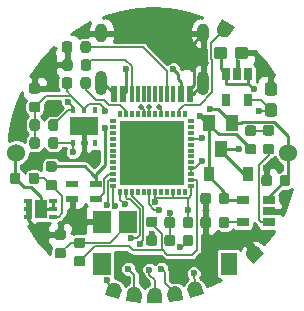
<source format=gbr>
%TF.GenerationSoftware,KiCad,Pcbnew,(5.0.1)-4*%
%TF.CreationDate,2019-05-07T07:57:09+02:00*%
%TF.ProjectId,ESPesh,4553506573682E6B696361645F706362,rev?*%
%TF.SameCoordinates,Original*%
%TF.FileFunction,Copper,L1,Top,Signal*%
%TF.FilePolarity,Positive*%
%FSLAX46Y46*%
G04 Gerber Fmt 4.6, Leading zero omitted, Abs format (unit mm)*
G04 Created by KiCad (PCBNEW (5.0.1)-4) date 07/05/2019 7:57:09*
%MOMM*%
%LPD*%
G01*
G04 APERTURE LIST*
%ADD10R,0.500000X0.300000*%
%ADD11R,0.300000X0.500000*%
%ADD12R,5.400000X5.400000*%
%ADD13C,1.270000*%
%ADD14C,0.100000*%
%ADD15C,1.524000*%
%ADD16R,1.000000X1.400000*%
%ADD17C,0.875000*%
%ADD18O,1.000000X1.600000*%
%ADD19O,1.000000X2.100000*%
%ADD20R,0.300000X1.450000*%
%ADD21R,0.600000X1.450000*%
%ADD22R,1.500000X1.900000*%
%ADD23R,1.400000X1.900000*%
%ADD24R,0.650000X1.060000*%
%ADD25C,1.050000*%
%ADD26R,1.000000X0.600000*%
%ADD27R,0.900000X1.200000*%
%ADD28R,1.060000X0.650000*%
%ADD29R,0.650000X0.350000*%
%ADD30R,1.000000X1.600000*%
%ADD31R,2.400000X1.500000*%
%ADD32R,0.400000X0.600000*%
%ADD33C,0.600000*%
%ADD34C,0.500000*%
%ADD35C,0.150000*%
%ADD36C,0.250000*%
%ADD37C,0.254000*%
G04 APERTURE END LIST*
D10*
X156398500Y-99524000D03*
X156398500Y-99024000D03*
X156398500Y-98524000D03*
X156398500Y-98024000D03*
X156398500Y-97524000D03*
X156398500Y-97024000D03*
X156398500Y-96524000D03*
X156398500Y-96024000D03*
X156398500Y-95524000D03*
X156398500Y-95024000D03*
X156398500Y-94524000D03*
X156398500Y-94024000D03*
D11*
X155848500Y-93474000D03*
X155348500Y-93474000D03*
X154848500Y-93474000D03*
X154348500Y-93474000D03*
X153848500Y-93474000D03*
X153348500Y-93474000D03*
X152848500Y-93474000D03*
X152348500Y-93474000D03*
X151848500Y-93474000D03*
X151348500Y-93474000D03*
X150848500Y-93474000D03*
X150348500Y-93474000D03*
D10*
X149798500Y-94024000D03*
X149798500Y-94524000D03*
X149798500Y-95024000D03*
X149798500Y-95524000D03*
X149798500Y-96024000D03*
X149798500Y-96524000D03*
X149798500Y-97024000D03*
X149798500Y-97524000D03*
X149798500Y-98024000D03*
X149798500Y-98524000D03*
X149798500Y-99024000D03*
X149798500Y-99524000D03*
D11*
X150348500Y-100074000D03*
X150848500Y-100074000D03*
X151348500Y-100074000D03*
X151848500Y-100074000D03*
X152348500Y-100074000D03*
X152848500Y-100074000D03*
X153348500Y-100074000D03*
X153848500Y-100074000D03*
X154348500Y-100074000D03*
X154848500Y-100074000D03*
X155348500Y-100074000D03*
X155848500Y-100074000D03*
D12*
X153098500Y-96774000D03*
D13*
X156692600Y-108242100D03*
D14*
G36*
X156271003Y-109035010D02*
X156085346Y-108427756D01*
X156086078Y-108427532D01*
X156076968Y-108397736D01*
X156064678Y-108336644D01*
X156058434Y-108274642D01*
X156058299Y-108212326D01*
X156064271Y-108150297D01*
X156076295Y-108089152D01*
X156094254Y-108029480D01*
X156117976Y-107971855D01*
X156147231Y-107916834D01*
X156181739Y-107864944D01*
X156221167Y-107816687D01*
X156265135Y-107772528D01*
X156313219Y-107732890D01*
X156364958Y-107698156D01*
X156419851Y-107668661D01*
X156477371Y-107644688D01*
X156536964Y-107626468D01*
X156598056Y-107614178D01*
X156660058Y-107607934D01*
X156722374Y-107607799D01*
X156784403Y-107613771D01*
X156845548Y-107625795D01*
X156905220Y-107643754D01*
X156962845Y-107667476D01*
X157017866Y-107696731D01*
X157069756Y-107731239D01*
X157118013Y-107770667D01*
X157162172Y-107814635D01*
X157201810Y-107862719D01*
X157236544Y-107914458D01*
X157266039Y-107969351D01*
X157290012Y-108026871D01*
X157299122Y-108056668D01*
X157299854Y-108056444D01*
X157485510Y-108663697D01*
X156271003Y-109035010D01*
X156271003Y-109035010D01*
G37*
D13*
X149860000Y-108343700D03*
D14*
G36*
X149082287Y-108792713D02*
X149246637Y-108179350D01*
X149247376Y-108179548D01*
X149255440Y-108149452D01*
X149277391Y-108091130D01*
X149304952Y-108035241D01*
X149337860Y-107982322D01*
X149375795Y-107932883D01*
X149418394Y-107887401D01*
X149465245Y-107846313D01*
X149515899Y-107810015D01*
X149569866Y-107778857D01*
X149626627Y-107753139D01*
X149685637Y-107733108D01*
X149746325Y-107718958D01*
X149808107Y-107710824D01*
X149870390Y-107708785D01*
X149932572Y-107712861D01*
X149994056Y-107723012D01*
X150054248Y-107739140D01*
X150112570Y-107761091D01*
X150168459Y-107788652D01*
X150221378Y-107821560D01*
X150270817Y-107859495D01*
X150316299Y-107902094D01*
X150357387Y-107948945D01*
X150393685Y-107999599D01*
X150424843Y-108053566D01*
X150450561Y-108110327D01*
X150470592Y-108169337D01*
X150484742Y-108230025D01*
X150492876Y-108291807D01*
X150494915Y-108354090D01*
X150490839Y-108416272D01*
X150480688Y-108477756D01*
X150472624Y-108507852D01*
X150473363Y-108508050D01*
X150309013Y-109121413D01*
X149082287Y-108792713D01*
X149082287Y-108792713D01*
G37*
D13*
X153289000Y-108788200D03*
D14*
G36*
X152665179Y-109434186D02*
X152654097Y-108799282D01*
X152654862Y-108799269D01*
X152654318Y-108768116D01*
X152659343Y-108706003D01*
X152670431Y-108644682D01*
X152687478Y-108584742D01*
X152710316Y-108526763D01*
X152738728Y-108471300D01*
X152772439Y-108418890D01*
X152811125Y-108370036D01*
X152854414Y-108325210D01*
X152901887Y-108284842D01*
X152953089Y-108249322D01*
X153007526Y-108218993D01*
X153064673Y-108194145D01*
X153123981Y-108175017D01*
X153184878Y-108161795D01*
X153246778Y-108154605D01*
X153309084Y-108153518D01*
X153371197Y-108158543D01*
X153432518Y-108169631D01*
X153492458Y-108186678D01*
X153550437Y-108209516D01*
X153605900Y-108237928D01*
X153658310Y-108271639D01*
X153707164Y-108310325D01*
X153751990Y-108353614D01*
X153792358Y-108401087D01*
X153827878Y-108452289D01*
X153858207Y-108506726D01*
X153883055Y-108563873D01*
X153902183Y-108623181D01*
X153915405Y-108684078D01*
X153922595Y-108745978D01*
X153923138Y-108777131D01*
X153923903Y-108777118D01*
X153934986Y-109412021D01*
X152665179Y-109434186D01*
X152665179Y-109434186D01*
G37*
D13*
X155003500Y-108635800D03*
D14*
G36*
X154475654Y-109362318D02*
X154376318Y-108735136D01*
X154377073Y-108735016D01*
X154372199Y-108704242D01*
X154368531Y-108642034D01*
X154370977Y-108579767D01*
X154379516Y-108518038D01*
X154394063Y-108457444D01*
X154414479Y-108398567D01*
X154440568Y-108341975D01*
X154472079Y-108288213D01*
X154508707Y-108237799D01*
X154550101Y-108191217D01*
X154595861Y-108148916D01*
X154645547Y-108111306D01*
X154698680Y-108078746D01*
X154754749Y-108051550D01*
X154813212Y-108029982D01*
X154873509Y-108014248D01*
X154935058Y-108004499D01*
X154997266Y-108000831D01*
X155059533Y-108003277D01*
X155121262Y-108011816D01*
X155181856Y-108026363D01*
X155240733Y-108046779D01*
X155297325Y-108072868D01*
X155351087Y-108104379D01*
X155401501Y-108141007D01*
X155448083Y-108182401D01*
X155490384Y-108228161D01*
X155527994Y-108277847D01*
X155560554Y-108330980D01*
X155587750Y-108387049D01*
X155609318Y-108445512D01*
X155625052Y-108505809D01*
X155629927Y-108536584D01*
X155630682Y-108536464D01*
X155730018Y-109163646D01*
X154475654Y-109362318D01*
X154475654Y-109362318D01*
G37*
D13*
X151561800Y-108686600D03*
D14*
G36*
X150844605Y-109227045D02*
X150932980Y-108598225D01*
X150933737Y-108598332D01*
X150938074Y-108567477D01*
X150952753Y-108506914D01*
X150973298Y-108448083D01*
X150999511Y-108391548D01*
X151031139Y-108337855D01*
X151067876Y-108287520D01*
X151109372Y-108241029D01*
X151155224Y-108198829D01*
X151204992Y-108161326D01*
X151258196Y-108128882D01*
X151314324Y-108101809D01*
X151372835Y-108080368D01*
X151433166Y-108064766D01*
X151494736Y-108055151D01*
X151556951Y-108051619D01*
X151619214Y-108054201D01*
X151680923Y-108062874D01*
X151741486Y-108077553D01*
X151800317Y-108098098D01*
X151856852Y-108124311D01*
X151910545Y-108155939D01*
X151960880Y-108192676D01*
X152007371Y-108234172D01*
X152049571Y-108280024D01*
X152087074Y-108329792D01*
X152119518Y-108382996D01*
X152146591Y-108439124D01*
X152168032Y-108497635D01*
X152183634Y-108557966D01*
X152193249Y-108619536D01*
X152196781Y-108681751D01*
X152194199Y-108744014D01*
X152189863Y-108774868D01*
X152190620Y-108774975D01*
X152102245Y-109403795D01*
X150844605Y-109227045D01*
X150844605Y-109227045D01*
G37*
D13*
X159194500Y-86296500D03*
D14*
G36*
X160061926Y-86064074D02*
X159744426Y-86614000D01*
X159743764Y-86613618D01*
X159728185Y-86640601D01*
X159691887Y-86691255D01*
X159650800Y-86738106D01*
X159605317Y-86780704D01*
X159555879Y-86818640D01*
X159502960Y-86851547D01*
X159447070Y-86879109D01*
X159388748Y-86901060D01*
X159328556Y-86917188D01*
X159267072Y-86927339D01*
X159204889Y-86931415D01*
X159142607Y-86929376D01*
X159080824Y-86921242D01*
X159020136Y-86907092D01*
X158961128Y-86887061D01*
X158904366Y-86861343D01*
X158850399Y-86830185D01*
X158799745Y-86793887D01*
X158752894Y-86752800D01*
X158710296Y-86707317D01*
X158672360Y-86657879D01*
X158639453Y-86604960D01*
X158611891Y-86549070D01*
X158589940Y-86490748D01*
X158573812Y-86430556D01*
X158563661Y-86369072D01*
X158559585Y-86306889D01*
X158561624Y-86244607D01*
X158569758Y-86182824D01*
X158583908Y-86122136D01*
X158603939Y-86063128D01*
X158629657Y-86006366D01*
X158645236Y-85979382D01*
X158644574Y-85979000D01*
X158962074Y-85429074D01*
X160061926Y-86064074D01*
X160061926Y-86064074D01*
G37*
D15*
X164590500Y-96710500D03*
X141590500Y-96710500D03*
D16*
X158879500Y-96370500D03*
X157929500Y-94170500D03*
X159829500Y-94170500D03*
D14*
G36*
X147687191Y-87283053D02*
X147708426Y-87286203D01*
X147729250Y-87291419D01*
X147749462Y-87298651D01*
X147768868Y-87307830D01*
X147787281Y-87318866D01*
X147804524Y-87331654D01*
X147820430Y-87346070D01*
X147834846Y-87361976D01*
X147847634Y-87379219D01*
X147858670Y-87397632D01*
X147867849Y-87417038D01*
X147875081Y-87437250D01*
X147880297Y-87458074D01*
X147883447Y-87479309D01*
X147884500Y-87500750D01*
X147884500Y-88013250D01*
X147883447Y-88034691D01*
X147880297Y-88055926D01*
X147875081Y-88076750D01*
X147867849Y-88096962D01*
X147858670Y-88116368D01*
X147847634Y-88134781D01*
X147834846Y-88152024D01*
X147820430Y-88167930D01*
X147804524Y-88182346D01*
X147787281Y-88195134D01*
X147768868Y-88206170D01*
X147749462Y-88215349D01*
X147729250Y-88222581D01*
X147708426Y-88227797D01*
X147687191Y-88230947D01*
X147665750Y-88232000D01*
X147228250Y-88232000D01*
X147206809Y-88230947D01*
X147185574Y-88227797D01*
X147164750Y-88222581D01*
X147144538Y-88215349D01*
X147125132Y-88206170D01*
X147106719Y-88195134D01*
X147089476Y-88182346D01*
X147073570Y-88167930D01*
X147059154Y-88152024D01*
X147046366Y-88134781D01*
X147035330Y-88116368D01*
X147026151Y-88096962D01*
X147018919Y-88076750D01*
X147013703Y-88055926D01*
X147010553Y-88034691D01*
X147009500Y-88013250D01*
X147009500Y-87500750D01*
X147010553Y-87479309D01*
X147013703Y-87458074D01*
X147018919Y-87437250D01*
X147026151Y-87417038D01*
X147035330Y-87397632D01*
X147046366Y-87379219D01*
X147059154Y-87361976D01*
X147073570Y-87346070D01*
X147089476Y-87331654D01*
X147106719Y-87318866D01*
X147125132Y-87307830D01*
X147144538Y-87298651D01*
X147164750Y-87291419D01*
X147185574Y-87286203D01*
X147206809Y-87283053D01*
X147228250Y-87282000D01*
X147665750Y-87282000D01*
X147687191Y-87283053D01*
X147687191Y-87283053D01*
G37*
D17*
X147447000Y-87757000D03*
D14*
G36*
X146112191Y-87283053D02*
X146133426Y-87286203D01*
X146154250Y-87291419D01*
X146174462Y-87298651D01*
X146193868Y-87307830D01*
X146212281Y-87318866D01*
X146229524Y-87331654D01*
X146245430Y-87346070D01*
X146259846Y-87361976D01*
X146272634Y-87379219D01*
X146283670Y-87397632D01*
X146292849Y-87417038D01*
X146300081Y-87437250D01*
X146305297Y-87458074D01*
X146308447Y-87479309D01*
X146309500Y-87500750D01*
X146309500Y-88013250D01*
X146308447Y-88034691D01*
X146305297Y-88055926D01*
X146300081Y-88076750D01*
X146292849Y-88096962D01*
X146283670Y-88116368D01*
X146272634Y-88134781D01*
X146259846Y-88152024D01*
X146245430Y-88167930D01*
X146229524Y-88182346D01*
X146212281Y-88195134D01*
X146193868Y-88206170D01*
X146174462Y-88215349D01*
X146154250Y-88222581D01*
X146133426Y-88227797D01*
X146112191Y-88230947D01*
X146090750Y-88232000D01*
X145653250Y-88232000D01*
X145631809Y-88230947D01*
X145610574Y-88227797D01*
X145589750Y-88222581D01*
X145569538Y-88215349D01*
X145550132Y-88206170D01*
X145531719Y-88195134D01*
X145514476Y-88182346D01*
X145498570Y-88167930D01*
X145484154Y-88152024D01*
X145471366Y-88134781D01*
X145460330Y-88116368D01*
X145451151Y-88096962D01*
X145443919Y-88076750D01*
X145438703Y-88055926D01*
X145435553Y-88034691D01*
X145434500Y-88013250D01*
X145434500Y-87500750D01*
X145435553Y-87479309D01*
X145438703Y-87458074D01*
X145443919Y-87437250D01*
X145451151Y-87417038D01*
X145460330Y-87397632D01*
X145471366Y-87379219D01*
X145484154Y-87361976D01*
X145498570Y-87346070D01*
X145514476Y-87331654D01*
X145531719Y-87318866D01*
X145550132Y-87307830D01*
X145569538Y-87298651D01*
X145589750Y-87291419D01*
X145610574Y-87286203D01*
X145631809Y-87283053D01*
X145653250Y-87282000D01*
X146090750Y-87282000D01*
X146112191Y-87283053D01*
X146112191Y-87283053D01*
G37*
D17*
X145872000Y-87757000D03*
D14*
G36*
X146137691Y-88807053D02*
X146158926Y-88810203D01*
X146179750Y-88815419D01*
X146199962Y-88822651D01*
X146219368Y-88831830D01*
X146237781Y-88842866D01*
X146255024Y-88855654D01*
X146270930Y-88870070D01*
X146285346Y-88885976D01*
X146298134Y-88903219D01*
X146309170Y-88921632D01*
X146318349Y-88941038D01*
X146325581Y-88961250D01*
X146330797Y-88982074D01*
X146333947Y-89003309D01*
X146335000Y-89024750D01*
X146335000Y-89537250D01*
X146333947Y-89558691D01*
X146330797Y-89579926D01*
X146325581Y-89600750D01*
X146318349Y-89620962D01*
X146309170Y-89640368D01*
X146298134Y-89658781D01*
X146285346Y-89676024D01*
X146270930Y-89691930D01*
X146255024Y-89706346D01*
X146237781Y-89719134D01*
X146219368Y-89730170D01*
X146199962Y-89739349D01*
X146179750Y-89746581D01*
X146158926Y-89751797D01*
X146137691Y-89754947D01*
X146116250Y-89756000D01*
X145678750Y-89756000D01*
X145657309Y-89754947D01*
X145636074Y-89751797D01*
X145615250Y-89746581D01*
X145595038Y-89739349D01*
X145575632Y-89730170D01*
X145557219Y-89719134D01*
X145539976Y-89706346D01*
X145524070Y-89691930D01*
X145509654Y-89676024D01*
X145496866Y-89658781D01*
X145485830Y-89640368D01*
X145476651Y-89620962D01*
X145469419Y-89600750D01*
X145464203Y-89579926D01*
X145461053Y-89558691D01*
X145460000Y-89537250D01*
X145460000Y-89024750D01*
X145461053Y-89003309D01*
X145464203Y-88982074D01*
X145469419Y-88961250D01*
X145476651Y-88941038D01*
X145485830Y-88921632D01*
X145496866Y-88903219D01*
X145509654Y-88885976D01*
X145524070Y-88870070D01*
X145539976Y-88855654D01*
X145557219Y-88842866D01*
X145575632Y-88831830D01*
X145595038Y-88822651D01*
X145615250Y-88815419D01*
X145636074Y-88810203D01*
X145657309Y-88807053D01*
X145678750Y-88806000D01*
X146116250Y-88806000D01*
X146137691Y-88807053D01*
X146137691Y-88807053D01*
G37*
D17*
X145897500Y-89281000D03*
D14*
G36*
X147712691Y-88807053D02*
X147733926Y-88810203D01*
X147754750Y-88815419D01*
X147774962Y-88822651D01*
X147794368Y-88831830D01*
X147812781Y-88842866D01*
X147830024Y-88855654D01*
X147845930Y-88870070D01*
X147860346Y-88885976D01*
X147873134Y-88903219D01*
X147884170Y-88921632D01*
X147893349Y-88941038D01*
X147900581Y-88961250D01*
X147905797Y-88982074D01*
X147908947Y-89003309D01*
X147910000Y-89024750D01*
X147910000Y-89537250D01*
X147908947Y-89558691D01*
X147905797Y-89579926D01*
X147900581Y-89600750D01*
X147893349Y-89620962D01*
X147884170Y-89640368D01*
X147873134Y-89658781D01*
X147860346Y-89676024D01*
X147845930Y-89691930D01*
X147830024Y-89706346D01*
X147812781Y-89719134D01*
X147794368Y-89730170D01*
X147774962Y-89739349D01*
X147754750Y-89746581D01*
X147733926Y-89751797D01*
X147712691Y-89754947D01*
X147691250Y-89756000D01*
X147253750Y-89756000D01*
X147232309Y-89754947D01*
X147211074Y-89751797D01*
X147190250Y-89746581D01*
X147170038Y-89739349D01*
X147150632Y-89730170D01*
X147132219Y-89719134D01*
X147114976Y-89706346D01*
X147099070Y-89691930D01*
X147084654Y-89676024D01*
X147071866Y-89658781D01*
X147060830Y-89640368D01*
X147051651Y-89620962D01*
X147044419Y-89600750D01*
X147039203Y-89579926D01*
X147036053Y-89558691D01*
X147035000Y-89537250D01*
X147035000Y-89024750D01*
X147036053Y-89003309D01*
X147039203Y-88982074D01*
X147044419Y-88961250D01*
X147051651Y-88941038D01*
X147060830Y-88921632D01*
X147071866Y-88903219D01*
X147084654Y-88885976D01*
X147099070Y-88870070D01*
X147114976Y-88855654D01*
X147132219Y-88842866D01*
X147150632Y-88831830D01*
X147170038Y-88822651D01*
X147190250Y-88815419D01*
X147211074Y-88810203D01*
X147232309Y-88807053D01*
X147253750Y-88806000D01*
X147691250Y-88806000D01*
X147712691Y-88807053D01*
X147712691Y-88807053D01*
G37*
D17*
X147472500Y-89281000D03*
D14*
G36*
X145565691Y-104783053D02*
X145586926Y-104786203D01*
X145607750Y-104791419D01*
X145627962Y-104798651D01*
X145647368Y-104807830D01*
X145665781Y-104818866D01*
X145683024Y-104831654D01*
X145698930Y-104846070D01*
X145713346Y-104861976D01*
X145726134Y-104879219D01*
X145737170Y-104897632D01*
X145746349Y-104917038D01*
X145753581Y-104937250D01*
X145758797Y-104958074D01*
X145761947Y-104979309D01*
X145763000Y-105000750D01*
X145763000Y-105438250D01*
X145761947Y-105459691D01*
X145758797Y-105480926D01*
X145753581Y-105501750D01*
X145746349Y-105521962D01*
X145737170Y-105541368D01*
X145726134Y-105559781D01*
X145713346Y-105577024D01*
X145698930Y-105592930D01*
X145683024Y-105607346D01*
X145665781Y-105620134D01*
X145647368Y-105631170D01*
X145627962Y-105640349D01*
X145607750Y-105647581D01*
X145586926Y-105652797D01*
X145565691Y-105655947D01*
X145544250Y-105657000D01*
X145031750Y-105657000D01*
X145010309Y-105655947D01*
X144989074Y-105652797D01*
X144968250Y-105647581D01*
X144948038Y-105640349D01*
X144928632Y-105631170D01*
X144910219Y-105620134D01*
X144892976Y-105607346D01*
X144877070Y-105592930D01*
X144862654Y-105577024D01*
X144849866Y-105559781D01*
X144838830Y-105541368D01*
X144829651Y-105521962D01*
X144822419Y-105501750D01*
X144817203Y-105480926D01*
X144814053Y-105459691D01*
X144813000Y-105438250D01*
X144813000Y-105000750D01*
X144814053Y-104979309D01*
X144817203Y-104958074D01*
X144822419Y-104937250D01*
X144829651Y-104917038D01*
X144838830Y-104897632D01*
X144849866Y-104879219D01*
X144862654Y-104861976D01*
X144877070Y-104846070D01*
X144892976Y-104831654D01*
X144910219Y-104818866D01*
X144928632Y-104807830D01*
X144948038Y-104798651D01*
X144968250Y-104791419D01*
X144989074Y-104786203D01*
X145010309Y-104783053D01*
X145031750Y-104782000D01*
X145544250Y-104782000D01*
X145565691Y-104783053D01*
X145565691Y-104783053D01*
G37*
D17*
X145288000Y-105219500D03*
D14*
G36*
X145565691Y-103208053D02*
X145586926Y-103211203D01*
X145607750Y-103216419D01*
X145627962Y-103223651D01*
X145647368Y-103232830D01*
X145665781Y-103243866D01*
X145683024Y-103256654D01*
X145698930Y-103271070D01*
X145713346Y-103286976D01*
X145726134Y-103304219D01*
X145737170Y-103322632D01*
X145746349Y-103342038D01*
X145753581Y-103362250D01*
X145758797Y-103383074D01*
X145761947Y-103404309D01*
X145763000Y-103425750D01*
X145763000Y-103863250D01*
X145761947Y-103884691D01*
X145758797Y-103905926D01*
X145753581Y-103926750D01*
X145746349Y-103946962D01*
X145737170Y-103966368D01*
X145726134Y-103984781D01*
X145713346Y-104002024D01*
X145698930Y-104017930D01*
X145683024Y-104032346D01*
X145665781Y-104045134D01*
X145647368Y-104056170D01*
X145627962Y-104065349D01*
X145607750Y-104072581D01*
X145586926Y-104077797D01*
X145565691Y-104080947D01*
X145544250Y-104082000D01*
X145031750Y-104082000D01*
X145010309Y-104080947D01*
X144989074Y-104077797D01*
X144968250Y-104072581D01*
X144948038Y-104065349D01*
X144928632Y-104056170D01*
X144910219Y-104045134D01*
X144892976Y-104032346D01*
X144877070Y-104017930D01*
X144862654Y-104002024D01*
X144849866Y-103984781D01*
X144838830Y-103966368D01*
X144829651Y-103946962D01*
X144822419Y-103926750D01*
X144817203Y-103905926D01*
X144814053Y-103884691D01*
X144813000Y-103863250D01*
X144813000Y-103425750D01*
X144814053Y-103404309D01*
X144817203Y-103383074D01*
X144822419Y-103362250D01*
X144829651Y-103342038D01*
X144838830Y-103322632D01*
X144849866Y-103304219D01*
X144862654Y-103286976D01*
X144877070Y-103271070D01*
X144892976Y-103256654D01*
X144910219Y-103243866D01*
X144928632Y-103232830D01*
X144948038Y-103223651D01*
X144968250Y-103216419D01*
X144989074Y-103211203D01*
X145010309Y-103208053D01*
X145031750Y-103207000D01*
X145544250Y-103207000D01*
X145565691Y-103208053D01*
X145565691Y-103208053D01*
G37*
D17*
X145288000Y-103644500D03*
D14*
G36*
X147216691Y-105469053D02*
X147237926Y-105472203D01*
X147258750Y-105477419D01*
X147278962Y-105484651D01*
X147298368Y-105493830D01*
X147316781Y-105504866D01*
X147334024Y-105517654D01*
X147349930Y-105532070D01*
X147364346Y-105547976D01*
X147377134Y-105565219D01*
X147388170Y-105583632D01*
X147397349Y-105603038D01*
X147404581Y-105623250D01*
X147409797Y-105644074D01*
X147412947Y-105665309D01*
X147414000Y-105686750D01*
X147414000Y-106124250D01*
X147412947Y-106145691D01*
X147409797Y-106166926D01*
X147404581Y-106187750D01*
X147397349Y-106207962D01*
X147388170Y-106227368D01*
X147377134Y-106245781D01*
X147364346Y-106263024D01*
X147349930Y-106278930D01*
X147334024Y-106293346D01*
X147316781Y-106306134D01*
X147298368Y-106317170D01*
X147278962Y-106326349D01*
X147258750Y-106333581D01*
X147237926Y-106338797D01*
X147216691Y-106341947D01*
X147195250Y-106343000D01*
X146682750Y-106343000D01*
X146661309Y-106341947D01*
X146640074Y-106338797D01*
X146619250Y-106333581D01*
X146599038Y-106326349D01*
X146579632Y-106317170D01*
X146561219Y-106306134D01*
X146543976Y-106293346D01*
X146528070Y-106278930D01*
X146513654Y-106263024D01*
X146500866Y-106245781D01*
X146489830Y-106227368D01*
X146480651Y-106207962D01*
X146473419Y-106187750D01*
X146468203Y-106166926D01*
X146465053Y-106145691D01*
X146464000Y-106124250D01*
X146464000Y-105686750D01*
X146465053Y-105665309D01*
X146468203Y-105644074D01*
X146473419Y-105623250D01*
X146480651Y-105603038D01*
X146489830Y-105583632D01*
X146500866Y-105565219D01*
X146513654Y-105547976D01*
X146528070Y-105532070D01*
X146543976Y-105517654D01*
X146561219Y-105504866D01*
X146579632Y-105493830D01*
X146599038Y-105484651D01*
X146619250Y-105477419D01*
X146640074Y-105472203D01*
X146661309Y-105469053D01*
X146682750Y-105468000D01*
X147195250Y-105468000D01*
X147216691Y-105469053D01*
X147216691Y-105469053D01*
G37*
D17*
X146939000Y-105905500D03*
D14*
G36*
X147216691Y-103894053D02*
X147237926Y-103897203D01*
X147258750Y-103902419D01*
X147278962Y-103909651D01*
X147298368Y-103918830D01*
X147316781Y-103929866D01*
X147334024Y-103942654D01*
X147349930Y-103957070D01*
X147364346Y-103972976D01*
X147377134Y-103990219D01*
X147388170Y-104008632D01*
X147397349Y-104028038D01*
X147404581Y-104048250D01*
X147409797Y-104069074D01*
X147412947Y-104090309D01*
X147414000Y-104111750D01*
X147414000Y-104549250D01*
X147412947Y-104570691D01*
X147409797Y-104591926D01*
X147404581Y-104612750D01*
X147397349Y-104632962D01*
X147388170Y-104652368D01*
X147377134Y-104670781D01*
X147364346Y-104688024D01*
X147349930Y-104703930D01*
X147334024Y-104718346D01*
X147316781Y-104731134D01*
X147298368Y-104742170D01*
X147278962Y-104751349D01*
X147258750Y-104758581D01*
X147237926Y-104763797D01*
X147216691Y-104766947D01*
X147195250Y-104768000D01*
X146682750Y-104768000D01*
X146661309Y-104766947D01*
X146640074Y-104763797D01*
X146619250Y-104758581D01*
X146599038Y-104751349D01*
X146579632Y-104742170D01*
X146561219Y-104731134D01*
X146543976Y-104718346D01*
X146528070Y-104703930D01*
X146513654Y-104688024D01*
X146500866Y-104670781D01*
X146489830Y-104652368D01*
X146480651Y-104632962D01*
X146473419Y-104612750D01*
X146468203Y-104591926D01*
X146465053Y-104570691D01*
X146464000Y-104549250D01*
X146464000Y-104111750D01*
X146465053Y-104090309D01*
X146468203Y-104069074D01*
X146473419Y-104048250D01*
X146480651Y-104028038D01*
X146489830Y-104008632D01*
X146500866Y-103990219D01*
X146513654Y-103972976D01*
X146528070Y-103957070D01*
X146543976Y-103942654D01*
X146561219Y-103929866D01*
X146579632Y-103918830D01*
X146599038Y-103909651D01*
X146619250Y-103902419D01*
X146640074Y-103897203D01*
X146661309Y-103894053D01*
X146682750Y-103893000D01*
X147195250Y-103893000D01*
X147216691Y-103894053D01*
X147216691Y-103894053D01*
G37*
D17*
X146939000Y-104330500D03*
D14*
G36*
X153312691Y-103703553D02*
X153333926Y-103706703D01*
X153354750Y-103711919D01*
X153374962Y-103719151D01*
X153394368Y-103728330D01*
X153412781Y-103739366D01*
X153430024Y-103752154D01*
X153445930Y-103766570D01*
X153460346Y-103782476D01*
X153473134Y-103799719D01*
X153484170Y-103818132D01*
X153493349Y-103837538D01*
X153500581Y-103857750D01*
X153505797Y-103878574D01*
X153508947Y-103899809D01*
X153510000Y-103921250D01*
X153510000Y-104358750D01*
X153508947Y-104380191D01*
X153505797Y-104401426D01*
X153500581Y-104422250D01*
X153493349Y-104442462D01*
X153484170Y-104461868D01*
X153473134Y-104480281D01*
X153460346Y-104497524D01*
X153445930Y-104513430D01*
X153430024Y-104527846D01*
X153412781Y-104540634D01*
X153394368Y-104551670D01*
X153374962Y-104560849D01*
X153354750Y-104568081D01*
X153333926Y-104573297D01*
X153312691Y-104576447D01*
X153291250Y-104577500D01*
X152778750Y-104577500D01*
X152757309Y-104576447D01*
X152736074Y-104573297D01*
X152715250Y-104568081D01*
X152695038Y-104560849D01*
X152675632Y-104551670D01*
X152657219Y-104540634D01*
X152639976Y-104527846D01*
X152624070Y-104513430D01*
X152609654Y-104497524D01*
X152596866Y-104480281D01*
X152585830Y-104461868D01*
X152576651Y-104442462D01*
X152569419Y-104422250D01*
X152564203Y-104401426D01*
X152561053Y-104380191D01*
X152560000Y-104358750D01*
X152560000Y-103921250D01*
X152561053Y-103899809D01*
X152564203Y-103878574D01*
X152569419Y-103857750D01*
X152576651Y-103837538D01*
X152585830Y-103818132D01*
X152596866Y-103799719D01*
X152609654Y-103782476D01*
X152624070Y-103766570D01*
X152639976Y-103752154D01*
X152657219Y-103739366D01*
X152675632Y-103728330D01*
X152695038Y-103719151D01*
X152715250Y-103711919D01*
X152736074Y-103706703D01*
X152757309Y-103703553D01*
X152778750Y-103702500D01*
X153291250Y-103702500D01*
X153312691Y-103703553D01*
X153312691Y-103703553D01*
G37*
D17*
X153035000Y-104140000D03*
D14*
G36*
X153312691Y-102128553D02*
X153333926Y-102131703D01*
X153354750Y-102136919D01*
X153374962Y-102144151D01*
X153394368Y-102153330D01*
X153412781Y-102164366D01*
X153430024Y-102177154D01*
X153445930Y-102191570D01*
X153460346Y-102207476D01*
X153473134Y-102224719D01*
X153484170Y-102243132D01*
X153493349Y-102262538D01*
X153500581Y-102282750D01*
X153505797Y-102303574D01*
X153508947Y-102324809D01*
X153510000Y-102346250D01*
X153510000Y-102783750D01*
X153508947Y-102805191D01*
X153505797Y-102826426D01*
X153500581Y-102847250D01*
X153493349Y-102867462D01*
X153484170Y-102886868D01*
X153473134Y-102905281D01*
X153460346Y-102922524D01*
X153445930Y-102938430D01*
X153430024Y-102952846D01*
X153412781Y-102965634D01*
X153394368Y-102976670D01*
X153374962Y-102985849D01*
X153354750Y-102993081D01*
X153333926Y-102998297D01*
X153312691Y-103001447D01*
X153291250Y-103002500D01*
X152778750Y-103002500D01*
X152757309Y-103001447D01*
X152736074Y-102998297D01*
X152715250Y-102993081D01*
X152695038Y-102985849D01*
X152675632Y-102976670D01*
X152657219Y-102965634D01*
X152639976Y-102952846D01*
X152624070Y-102938430D01*
X152609654Y-102922524D01*
X152596866Y-102905281D01*
X152585830Y-102886868D01*
X152576651Y-102867462D01*
X152569419Y-102847250D01*
X152564203Y-102826426D01*
X152561053Y-102805191D01*
X152560000Y-102783750D01*
X152560000Y-102346250D01*
X152561053Y-102324809D01*
X152564203Y-102303574D01*
X152569419Y-102282750D01*
X152576651Y-102262538D01*
X152585830Y-102243132D01*
X152596866Y-102224719D01*
X152609654Y-102207476D01*
X152624070Y-102191570D01*
X152639976Y-102177154D01*
X152657219Y-102164366D01*
X152675632Y-102153330D01*
X152695038Y-102144151D01*
X152715250Y-102136919D01*
X152736074Y-102131703D01*
X152757309Y-102128553D01*
X152778750Y-102127500D01*
X153291250Y-102127500D01*
X153312691Y-102128553D01*
X153312691Y-102128553D01*
G37*
D17*
X153035000Y-102565000D03*
D18*
X148778500Y-86610500D03*
X157418500Y-86610500D03*
D19*
X148778500Y-90790500D03*
X157418500Y-90790500D03*
D20*
X153348500Y-91705500D03*
X152848500Y-91705500D03*
X152348500Y-91705500D03*
X153848500Y-91705500D03*
X151848500Y-91705500D03*
X154348500Y-91705500D03*
X151348500Y-91705500D03*
X154848500Y-91705500D03*
D21*
X155548500Y-91705500D03*
X150648500Y-91705500D03*
X156323500Y-91705500D03*
X149873500Y-91705500D03*
D22*
X148800000Y-102568600D03*
X151050000Y-102568600D03*
X148800000Y-106118600D03*
D23*
X159550000Y-106118600D03*
D14*
G36*
X156374191Y-103666053D02*
X156395426Y-103669203D01*
X156416250Y-103674419D01*
X156436462Y-103681651D01*
X156455868Y-103690830D01*
X156474281Y-103701866D01*
X156491524Y-103714654D01*
X156507430Y-103729070D01*
X156521846Y-103744976D01*
X156534634Y-103762219D01*
X156545670Y-103780632D01*
X156554849Y-103800038D01*
X156562081Y-103820250D01*
X156567297Y-103841074D01*
X156570447Y-103862309D01*
X156571500Y-103883750D01*
X156571500Y-104396250D01*
X156570447Y-104417691D01*
X156567297Y-104438926D01*
X156562081Y-104459750D01*
X156554849Y-104479962D01*
X156545670Y-104499368D01*
X156534634Y-104517781D01*
X156521846Y-104535024D01*
X156507430Y-104550930D01*
X156491524Y-104565346D01*
X156474281Y-104578134D01*
X156455868Y-104589170D01*
X156436462Y-104598349D01*
X156416250Y-104605581D01*
X156395426Y-104610797D01*
X156374191Y-104613947D01*
X156352750Y-104615000D01*
X155915250Y-104615000D01*
X155893809Y-104613947D01*
X155872574Y-104610797D01*
X155851750Y-104605581D01*
X155831538Y-104598349D01*
X155812132Y-104589170D01*
X155793719Y-104578134D01*
X155776476Y-104565346D01*
X155760570Y-104550930D01*
X155746154Y-104535024D01*
X155733366Y-104517781D01*
X155722330Y-104499368D01*
X155713151Y-104479962D01*
X155705919Y-104459750D01*
X155700703Y-104438926D01*
X155697553Y-104417691D01*
X155696500Y-104396250D01*
X155696500Y-103883750D01*
X155697553Y-103862309D01*
X155700703Y-103841074D01*
X155705919Y-103820250D01*
X155713151Y-103800038D01*
X155722330Y-103780632D01*
X155733366Y-103762219D01*
X155746154Y-103744976D01*
X155760570Y-103729070D01*
X155776476Y-103714654D01*
X155793719Y-103701866D01*
X155812132Y-103690830D01*
X155831538Y-103681651D01*
X155851750Y-103674419D01*
X155872574Y-103669203D01*
X155893809Y-103666053D01*
X155915250Y-103665000D01*
X156352750Y-103665000D01*
X156374191Y-103666053D01*
X156374191Y-103666053D01*
G37*
D17*
X156134000Y-104140000D03*
D14*
G36*
X154799191Y-103666053D02*
X154820426Y-103669203D01*
X154841250Y-103674419D01*
X154861462Y-103681651D01*
X154880868Y-103690830D01*
X154899281Y-103701866D01*
X154916524Y-103714654D01*
X154932430Y-103729070D01*
X154946846Y-103744976D01*
X154959634Y-103762219D01*
X154970670Y-103780632D01*
X154979849Y-103800038D01*
X154987081Y-103820250D01*
X154992297Y-103841074D01*
X154995447Y-103862309D01*
X154996500Y-103883750D01*
X154996500Y-104396250D01*
X154995447Y-104417691D01*
X154992297Y-104438926D01*
X154987081Y-104459750D01*
X154979849Y-104479962D01*
X154970670Y-104499368D01*
X154959634Y-104517781D01*
X154946846Y-104535024D01*
X154932430Y-104550930D01*
X154916524Y-104565346D01*
X154899281Y-104578134D01*
X154880868Y-104589170D01*
X154861462Y-104598349D01*
X154841250Y-104605581D01*
X154820426Y-104610797D01*
X154799191Y-104613947D01*
X154777750Y-104615000D01*
X154340250Y-104615000D01*
X154318809Y-104613947D01*
X154297574Y-104610797D01*
X154276750Y-104605581D01*
X154256538Y-104598349D01*
X154237132Y-104589170D01*
X154218719Y-104578134D01*
X154201476Y-104565346D01*
X154185570Y-104550930D01*
X154171154Y-104535024D01*
X154158366Y-104517781D01*
X154147330Y-104499368D01*
X154138151Y-104479962D01*
X154130919Y-104459750D01*
X154125703Y-104438926D01*
X154122553Y-104417691D01*
X154121500Y-104396250D01*
X154121500Y-103883750D01*
X154122553Y-103862309D01*
X154125703Y-103841074D01*
X154130919Y-103820250D01*
X154138151Y-103800038D01*
X154147330Y-103780632D01*
X154158366Y-103762219D01*
X154171154Y-103744976D01*
X154185570Y-103729070D01*
X154201476Y-103714654D01*
X154218719Y-103701866D01*
X154237132Y-103690830D01*
X154256538Y-103681651D01*
X154276750Y-103674419D01*
X154297574Y-103669203D01*
X154318809Y-103666053D01*
X154340250Y-103665000D01*
X154777750Y-103665000D01*
X154799191Y-103666053D01*
X154799191Y-103666053D01*
G37*
D17*
X154559000Y-104140000D03*
D14*
G36*
X156374191Y-102142053D02*
X156395426Y-102145203D01*
X156416250Y-102150419D01*
X156436462Y-102157651D01*
X156455868Y-102166830D01*
X156474281Y-102177866D01*
X156491524Y-102190654D01*
X156507430Y-102205070D01*
X156521846Y-102220976D01*
X156534634Y-102238219D01*
X156545670Y-102256632D01*
X156554849Y-102276038D01*
X156562081Y-102296250D01*
X156567297Y-102317074D01*
X156570447Y-102338309D01*
X156571500Y-102359750D01*
X156571500Y-102872250D01*
X156570447Y-102893691D01*
X156567297Y-102914926D01*
X156562081Y-102935750D01*
X156554849Y-102955962D01*
X156545670Y-102975368D01*
X156534634Y-102993781D01*
X156521846Y-103011024D01*
X156507430Y-103026930D01*
X156491524Y-103041346D01*
X156474281Y-103054134D01*
X156455868Y-103065170D01*
X156436462Y-103074349D01*
X156416250Y-103081581D01*
X156395426Y-103086797D01*
X156374191Y-103089947D01*
X156352750Y-103091000D01*
X155915250Y-103091000D01*
X155893809Y-103089947D01*
X155872574Y-103086797D01*
X155851750Y-103081581D01*
X155831538Y-103074349D01*
X155812132Y-103065170D01*
X155793719Y-103054134D01*
X155776476Y-103041346D01*
X155760570Y-103026930D01*
X155746154Y-103011024D01*
X155733366Y-102993781D01*
X155722330Y-102975368D01*
X155713151Y-102955962D01*
X155705919Y-102935750D01*
X155700703Y-102914926D01*
X155697553Y-102893691D01*
X155696500Y-102872250D01*
X155696500Y-102359750D01*
X155697553Y-102338309D01*
X155700703Y-102317074D01*
X155705919Y-102296250D01*
X155713151Y-102276038D01*
X155722330Y-102256632D01*
X155733366Y-102238219D01*
X155746154Y-102220976D01*
X155760570Y-102205070D01*
X155776476Y-102190654D01*
X155793719Y-102177866D01*
X155812132Y-102166830D01*
X155831538Y-102157651D01*
X155851750Y-102150419D01*
X155872574Y-102145203D01*
X155893809Y-102142053D01*
X155915250Y-102141000D01*
X156352750Y-102141000D01*
X156374191Y-102142053D01*
X156374191Y-102142053D01*
G37*
D17*
X156134000Y-102616000D03*
D14*
G36*
X154799191Y-102142053D02*
X154820426Y-102145203D01*
X154841250Y-102150419D01*
X154861462Y-102157651D01*
X154880868Y-102166830D01*
X154899281Y-102177866D01*
X154916524Y-102190654D01*
X154932430Y-102205070D01*
X154946846Y-102220976D01*
X154959634Y-102238219D01*
X154970670Y-102256632D01*
X154979849Y-102276038D01*
X154987081Y-102296250D01*
X154992297Y-102317074D01*
X154995447Y-102338309D01*
X154996500Y-102359750D01*
X154996500Y-102872250D01*
X154995447Y-102893691D01*
X154992297Y-102914926D01*
X154987081Y-102935750D01*
X154979849Y-102955962D01*
X154970670Y-102975368D01*
X154959634Y-102993781D01*
X154946846Y-103011024D01*
X154932430Y-103026930D01*
X154916524Y-103041346D01*
X154899281Y-103054134D01*
X154880868Y-103065170D01*
X154861462Y-103074349D01*
X154841250Y-103081581D01*
X154820426Y-103086797D01*
X154799191Y-103089947D01*
X154777750Y-103091000D01*
X154340250Y-103091000D01*
X154318809Y-103089947D01*
X154297574Y-103086797D01*
X154276750Y-103081581D01*
X154256538Y-103074349D01*
X154237132Y-103065170D01*
X154218719Y-103054134D01*
X154201476Y-103041346D01*
X154185570Y-103026930D01*
X154171154Y-103011024D01*
X154158366Y-102993781D01*
X154147330Y-102975368D01*
X154138151Y-102955962D01*
X154130919Y-102935750D01*
X154125703Y-102914926D01*
X154122553Y-102893691D01*
X154121500Y-102872250D01*
X154121500Y-102359750D01*
X154122553Y-102338309D01*
X154125703Y-102317074D01*
X154130919Y-102296250D01*
X154138151Y-102276038D01*
X154147330Y-102256632D01*
X154158366Y-102238219D01*
X154171154Y-102220976D01*
X154185570Y-102205070D01*
X154201476Y-102190654D01*
X154218719Y-102177866D01*
X154237132Y-102166830D01*
X154256538Y-102157651D01*
X154276750Y-102150419D01*
X154297574Y-102145203D01*
X154318809Y-102142053D01*
X154340250Y-102141000D01*
X154777750Y-102141000D01*
X154799191Y-102142053D01*
X154799191Y-102142053D01*
G37*
D17*
X154559000Y-102616000D03*
D24*
X161224000Y-90086000D03*
X160274000Y-90086000D03*
X159324000Y-90086000D03*
X159324000Y-92286000D03*
X161224000Y-92286000D03*
D14*
G36*
X159217005Y-87741204D02*
X159241273Y-87744804D01*
X159265072Y-87750765D01*
X159288171Y-87759030D01*
X159310350Y-87769520D01*
X159331393Y-87782132D01*
X159351099Y-87796747D01*
X159369277Y-87813223D01*
X159385753Y-87831401D01*
X159400368Y-87851107D01*
X159412980Y-87872150D01*
X159423470Y-87894329D01*
X159431735Y-87917428D01*
X159437696Y-87941227D01*
X159441296Y-87965495D01*
X159442500Y-87989999D01*
X159442500Y-88540001D01*
X159441296Y-88564505D01*
X159437696Y-88588773D01*
X159431735Y-88612572D01*
X159423470Y-88635671D01*
X159412980Y-88657850D01*
X159400368Y-88678893D01*
X159385753Y-88698599D01*
X159369277Y-88716777D01*
X159351099Y-88733253D01*
X159331393Y-88747868D01*
X159310350Y-88760480D01*
X159288171Y-88770970D01*
X159265072Y-88779235D01*
X159241273Y-88785196D01*
X159217005Y-88788796D01*
X159192501Y-88790000D01*
X158567499Y-88790000D01*
X158542995Y-88788796D01*
X158518727Y-88785196D01*
X158494928Y-88779235D01*
X158471829Y-88770970D01*
X158449650Y-88760480D01*
X158428607Y-88747868D01*
X158408901Y-88733253D01*
X158390723Y-88716777D01*
X158374247Y-88698599D01*
X158359632Y-88678893D01*
X158347020Y-88657850D01*
X158336530Y-88635671D01*
X158328265Y-88612572D01*
X158322304Y-88588773D01*
X158318704Y-88564505D01*
X158317500Y-88540001D01*
X158317500Y-87989999D01*
X158318704Y-87965495D01*
X158322304Y-87941227D01*
X158328265Y-87917428D01*
X158336530Y-87894329D01*
X158347020Y-87872150D01*
X158359632Y-87851107D01*
X158374247Y-87831401D01*
X158390723Y-87813223D01*
X158408901Y-87796747D01*
X158428607Y-87782132D01*
X158449650Y-87769520D01*
X158471829Y-87759030D01*
X158494928Y-87750765D01*
X158518727Y-87744804D01*
X158542995Y-87741204D01*
X158567499Y-87740000D01*
X159192501Y-87740000D01*
X159217005Y-87741204D01*
X159217005Y-87741204D01*
G37*
D25*
X158880000Y-88265000D03*
D14*
G36*
X160992005Y-87741204D02*
X161016273Y-87744804D01*
X161040072Y-87750765D01*
X161063171Y-87759030D01*
X161085350Y-87769520D01*
X161106393Y-87782132D01*
X161126099Y-87796747D01*
X161144277Y-87813223D01*
X161160753Y-87831401D01*
X161175368Y-87851107D01*
X161187980Y-87872150D01*
X161198470Y-87894329D01*
X161206735Y-87917428D01*
X161212696Y-87941227D01*
X161216296Y-87965495D01*
X161217500Y-87989999D01*
X161217500Y-88540001D01*
X161216296Y-88564505D01*
X161212696Y-88588773D01*
X161206735Y-88612572D01*
X161198470Y-88635671D01*
X161187980Y-88657850D01*
X161175368Y-88678893D01*
X161160753Y-88698599D01*
X161144277Y-88716777D01*
X161126099Y-88733253D01*
X161106393Y-88747868D01*
X161085350Y-88760480D01*
X161063171Y-88770970D01*
X161040072Y-88779235D01*
X161016273Y-88785196D01*
X160992005Y-88788796D01*
X160967501Y-88790000D01*
X160342499Y-88790000D01*
X160317995Y-88788796D01*
X160293727Y-88785196D01*
X160269928Y-88779235D01*
X160246829Y-88770970D01*
X160224650Y-88760480D01*
X160203607Y-88747868D01*
X160183901Y-88733253D01*
X160165723Y-88716777D01*
X160149247Y-88698599D01*
X160134632Y-88678893D01*
X160122020Y-88657850D01*
X160111530Y-88635671D01*
X160103265Y-88612572D01*
X160097304Y-88588773D01*
X160093704Y-88564505D01*
X160092500Y-88540001D01*
X160092500Y-87989999D01*
X160093704Y-87965495D01*
X160097304Y-87941227D01*
X160103265Y-87917428D01*
X160111530Y-87894329D01*
X160122020Y-87872150D01*
X160134632Y-87851107D01*
X160149247Y-87831401D01*
X160165723Y-87813223D01*
X160183901Y-87796747D01*
X160203607Y-87782132D01*
X160224650Y-87769520D01*
X160246829Y-87759030D01*
X160269928Y-87750765D01*
X160293727Y-87744804D01*
X160317995Y-87741204D01*
X160342499Y-87740000D01*
X160967501Y-87740000D01*
X160992005Y-87741204D01*
X160992005Y-87741204D01*
G37*
D25*
X160655000Y-88265000D03*
D14*
G36*
X163431005Y-90754704D02*
X163455273Y-90758304D01*
X163479072Y-90764265D01*
X163502171Y-90772530D01*
X163524350Y-90783020D01*
X163545393Y-90795632D01*
X163565099Y-90810247D01*
X163583277Y-90826723D01*
X163599753Y-90844901D01*
X163614368Y-90864607D01*
X163626980Y-90885650D01*
X163637470Y-90907829D01*
X163645735Y-90930928D01*
X163651696Y-90954727D01*
X163655296Y-90978995D01*
X163656500Y-91003499D01*
X163656500Y-91628501D01*
X163655296Y-91653005D01*
X163651696Y-91677273D01*
X163645735Y-91701072D01*
X163637470Y-91724171D01*
X163626980Y-91746350D01*
X163614368Y-91767393D01*
X163599753Y-91787099D01*
X163583277Y-91805277D01*
X163565099Y-91821753D01*
X163545393Y-91836368D01*
X163524350Y-91848980D01*
X163502171Y-91859470D01*
X163479072Y-91867735D01*
X163455273Y-91873696D01*
X163431005Y-91877296D01*
X163406501Y-91878500D01*
X162856499Y-91878500D01*
X162831995Y-91877296D01*
X162807727Y-91873696D01*
X162783928Y-91867735D01*
X162760829Y-91859470D01*
X162738650Y-91848980D01*
X162717607Y-91836368D01*
X162697901Y-91821753D01*
X162679723Y-91805277D01*
X162663247Y-91787099D01*
X162648632Y-91767393D01*
X162636020Y-91746350D01*
X162625530Y-91724171D01*
X162617265Y-91701072D01*
X162611304Y-91677273D01*
X162607704Y-91653005D01*
X162606500Y-91628501D01*
X162606500Y-91003499D01*
X162607704Y-90978995D01*
X162611304Y-90954727D01*
X162617265Y-90930928D01*
X162625530Y-90907829D01*
X162636020Y-90885650D01*
X162648632Y-90864607D01*
X162663247Y-90844901D01*
X162679723Y-90826723D01*
X162697901Y-90810247D01*
X162717607Y-90795632D01*
X162738650Y-90783020D01*
X162760829Y-90772530D01*
X162783928Y-90764265D01*
X162807727Y-90758304D01*
X162831995Y-90754704D01*
X162856499Y-90753500D01*
X163406501Y-90753500D01*
X163431005Y-90754704D01*
X163431005Y-90754704D01*
G37*
D25*
X163131500Y-91316000D03*
D14*
G36*
X163431005Y-92529704D02*
X163455273Y-92533304D01*
X163479072Y-92539265D01*
X163502171Y-92547530D01*
X163524350Y-92558020D01*
X163545393Y-92570632D01*
X163565099Y-92585247D01*
X163583277Y-92601723D01*
X163599753Y-92619901D01*
X163614368Y-92639607D01*
X163626980Y-92660650D01*
X163637470Y-92682829D01*
X163645735Y-92705928D01*
X163651696Y-92729727D01*
X163655296Y-92753995D01*
X163656500Y-92778499D01*
X163656500Y-93403501D01*
X163655296Y-93428005D01*
X163651696Y-93452273D01*
X163645735Y-93476072D01*
X163637470Y-93499171D01*
X163626980Y-93521350D01*
X163614368Y-93542393D01*
X163599753Y-93562099D01*
X163583277Y-93580277D01*
X163565099Y-93596753D01*
X163545393Y-93611368D01*
X163524350Y-93623980D01*
X163502171Y-93634470D01*
X163479072Y-93642735D01*
X163455273Y-93648696D01*
X163431005Y-93652296D01*
X163406501Y-93653500D01*
X162856499Y-93653500D01*
X162831995Y-93652296D01*
X162807727Y-93648696D01*
X162783928Y-93642735D01*
X162760829Y-93634470D01*
X162738650Y-93623980D01*
X162717607Y-93611368D01*
X162697901Y-93596753D01*
X162679723Y-93580277D01*
X162663247Y-93562099D01*
X162648632Y-93542393D01*
X162636020Y-93521350D01*
X162625530Y-93499171D01*
X162617265Y-93476072D01*
X162611304Y-93452273D01*
X162607704Y-93428005D01*
X162606500Y-93403501D01*
X162606500Y-92778499D01*
X162607704Y-92753995D01*
X162611304Y-92729727D01*
X162617265Y-92705928D01*
X162625530Y-92682829D01*
X162636020Y-92660650D01*
X162648632Y-92639607D01*
X162663247Y-92619901D01*
X162679723Y-92601723D01*
X162697901Y-92585247D01*
X162717607Y-92570632D01*
X162738650Y-92558020D01*
X162760829Y-92547530D01*
X162783928Y-92539265D01*
X162807727Y-92533304D01*
X162831995Y-92529704D01*
X162856499Y-92528500D01*
X163406501Y-92528500D01*
X163431005Y-92529704D01*
X163431005Y-92529704D01*
G37*
D25*
X163131500Y-93091000D03*
D14*
G36*
X163003191Y-98586053D02*
X163024426Y-98589203D01*
X163045250Y-98594419D01*
X163065462Y-98601651D01*
X163084868Y-98610830D01*
X163103281Y-98621866D01*
X163120524Y-98634654D01*
X163136430Y-98649070D01*
X163150846Y-98664976D01*
X163163634Y-98682219D01*
X163174670Y-98700632D01*
X163183849Y-98720038D01*
X163191081Y-98740250D01*
X163196297Y-98761074D01*
X163199447Y-98782309D01*
X163200500Y-98803750D01*
X163200500Y-99316250D01*
X163199447Y-99337691D01*
X163196297Y-99358926D01*
X163191081Y-99379750D01*
X163183849Y-99399962D01*
X163174670Y-99419368D01*
X163163634Y-99437781D01*
X163150846Y-99455024D01*
X163136430Y-99470930D01*
X163120524Y-99485346D01*
X163103281Y-99498134D01*
X163084868Y-99509170D01*
X163065462Y-99518349D01*
X163045250Y-99525581D01*
X163024426Y-99530797D01*
X163003191Y-99533947D01*
X162981750Y-99535000D01*
X162544250Y-99535000D01*
X162522809Y-99533947D01*
X162501574Y-99530797D01*
X162480750Y-99525581D01*
X162460538Y-99518349D01*
X162441132Y-99509170D01*
X162422719Y-99498134D01*
X162405476Y-99485346D01*
X162389570Y-99470930D01*
X162375154Y-99455024D01*
X162362366Y-99437781D01*
X162351330Y-99419368D01*
X162342151Y-99399962D01*
X162334919Y-99379750D01*
X162329703Y-99358926D01*
X162326553Y-99337691D01*
X162325500Y-99316250D01*
X162325500Y-98803750D01*
X162326553Y-98782309D01*
X162329703Y-98761074D01*
X162334919Y-98740250D01*
X162342151Y-98720038D01*
X162351330Y-98700632D01*
X162362366Y-98682219D01*
X162375154Y-98664976D01*
X162389570Y-98649070D01*
X162405476Y-98634654D01*
X162422719Y-98621866D01*
X162441132Y-98610830D01*
X162460538Y-98601651D01*
X162480750Y-98594419D01*
X162501574Y-98589203D01*
X162522809Y-98586053D01*
X162544250Y-98585000D01*
X162981750Y-98585000D01*
X163003191Y-98586053D01*
X163003191Y-98586053D01*
G37*
D17*
X162763000Y-99060000D03*
D14*
G36*
X164578191Y-98586053D02*
X164599426Y-98589203D01*
X164620250Y-98594419D01*
X164640462Y-98601651D01*
X164659868Y-98610830D01*
X164678281Y-98621866D01*
X164695524Y-98634654D01*
X164711430Y-98649070D01*
X164725846Y-98664976D01*
X164738634Y-98682219D01*
X164749670Y-98700632D01*
X164758849Y-98720038D01*
X164766081Y-98740250D01*
X164771297Y-98761074D01*
X164774447Y-98782309D01*
X164775500Y-98803750D01*
X164775500Y-99316250D01*
X164774447Y-99337691D01*
X164771297Y-99358926D01*
X164766081Y-99379750D01*
X164758849Y-99399962D01*
X164749670Y-99419368D01*
X164738634Y-99437781D01*
X164725846Y-99455024D01*
X164711430Y-99470930D01*
X164695524Y-99485346D01*
X164678281Y-99498134D01*
X164659868Y-99509170D01*
X164640462Y-99518349D01*
X164620250Y-99525581D01*
X164599426Y-99530797D01*
X164578191Y-99533947D01*
X164556750Y-99535000D01*
X164119250Y-99535000D01*
X164097809Y-99533947D01*
X164076574Y-99530797D01*
X164055750Y-99525581D01*
X164035538Y-99518349D01*
X164016132Y-99509170D01*
X163997719Y-99498134D01*
X163980476Y-99485346D01*
X163964570Y-99470930D01*
X163950154Y-99455024D01*
X163937366Y-99437781D01*
X163926330Y-99419368D01*
X163917151Y-99399962D01*
X163909919Y-99379750D01*
X163904703Y-99358926D01*
X163901553Y-99337691D01*
X163900500Y-99316250D01*
X163900500Y-98803750D01*
X163901553Y-98782309D01*
X163904703Y-98761074D01*
X163909919Y-98740250D01*
X163917151Y-98720038D01*
X163926330Y-98700632D01*
X163937366Y-98682219D01*
X163950154Y-98664976D01*
X163964570Y-98649070D01*
X163980476Y-98634654D01*
X163997719Y-98621866D01*
X164016132Y-98610830D01*
X164035538Y-98601651D01*
X164055750Y-98594419D01*
X164076574Y-98589203D01*
X164097809Y-98586053D01*
X164119250Y-98585000D01*
X164556750Y-98585000D01*
X164578191Y-98586053D01*
X164578191Y-98586053D01*
G37*
D17*
X164338000Y-99060000D03*
D14*
G36*
X143305691Y-98395553D02*
X143326926Y-98398703D01*
X143347750Y-98403919D01*
X143367962Y-98411151D01*
X143387368Y-98420330D01*
X143405781Y-98431366D01*
X143423024Y-98444154D01*
X143438930Y-98458570D01*
X143453346Y-98474476D01*
X143466134Y-98491719D01*
X143477170Y-98510132D01*
X143486349Y-98529538D01*
X143493581Y-98549750D01*
X143498797Y-98570574D01*
X143501947Y-98591809D01*
X143503000Y-98613250D01*
X143503000Y-99125750D01*
X143501947Y-99147191D01*
X143498797Y-99168426D01*
X143493581Y-99189250D01*
X143486349Y-99209462D01*
X143477170Y-99228868D01*
X143466134Y-99247281D01*
X143453346Y-99264524D01*
X143438930Y-99280430D01*
X143423024Y-99294846D01*
X143405781Y-99307634D01*
X143387368Y-99318670D01*
X143367962Y-99327849D01*
X143347750Y-99335081D01*
X143326926Y-99340297D01*
X143305691Y-99343447D01*
X143284250Y-99344500D01*
X142846750Y-99344500D01*
X142825309Y-99343447D01*
X142804074Y-99340297D01*
X142783250Y-99335081D01*
X142763038Y-99327849D01*
X142743632Y-99318670D01*
X142725219Y-99307634D01*
X142707976Y-99294846D01*
X142692070Y-99280430D01*
X142677654Y-99264524D01*
X142664866Y-99247281D01*
X142653830Y-99228868D01*
X142644651Y-99209462D01*
X142637419Y-99189250D01*
X142632203Y-99168426D01*
X142629053Y-99147191D01*
X142628000Y-99125750D01*
X142628000Y-98613250D01*
X142629053Y-98591809D01*
X142632203Y-98570574D01*
X142637419Y-98549750D01*
X142644651Y-98529538D01*
X142653830Y-98510132D01*
X142664866Y-98491719D01*
X142677654Y-98474476D01*
X142692070Y-98458570D01*
X142707976Y-98444154D01*
X142725219Y-98431366D01*
X142743632Y-98420330D01*
X142763038Y-98411151D01*
X142783250Y-98403919D01*
X142804074Y-98398703D01*
X142825309Y-98395553D01*
X142846750Y-98394500D01*
X143284250Y-98394500D01*
X143305691Y-98395553D01*
X143305691Y-98395553D01*
G37*
D17*
X143065500Y-98869500D03*
D14*
G36*
X141730691Y-98395553D02*
X141751926Y-98398703D01*
X141772750Y-98403919D01*
X141792962Y-98411151D01*
X141812368Y-98420330D01*
X141830781Y-98431366D01*
X141848024Y-98444154D01*
X141863930Y-98458570D01*
X141878346Y-98474476D01*
X141891134Y-98491719D01*
X141902170Y-98510132D01*
X141911349Y-98529538D01*
X141918581Y-98549750D01*
X141923797Y-98570574D01*
X141926947Y-98591809D01*
X141928000Y-98613250D01*
X141928000Y-99125750D01*
X141926947Y-99147191D01*
X141923797Y-99168426D01*
X141918581Y-99189250D01*
X141911349Y-99209462D01*
X141902170Y-99228868D01*
X141891134Y-99247281D01*
X141878346Y-99264524D01*
X141863930Y-99280430D01*
X141848024Y-99294846D01*
X141830781Y-99307634D01*
X141812368Y-99318670D01*
X141792962Y-99327849D01*
X141772750Y-99335081D01*
X141751926Y-99340297D01*
X141730691Y-99343447D01*
X141709250Y-99344500D01*
X141271750Y-99344500D01*
X141250309Y-99343447D01*
X141229074Y-99340297D01*
X141208250Y-99335081D01*
X141188038Y-99327849D01*
X141168632Y-99318670D01*
X141150219Y-99307634D01*
X141132976Y-99294846D01*
X141117070Y-99280430D01*
X141102654Y-99264524D01*
X141089866Y-99247281D01*
X141078830Y-99228868D01*
X141069651Y-99209462D01*
X141062419Y-99189250D01*
X141057203Y-99168426D01*
X141054053Y-99147191D01*
X141053000Y-99125750D01*
X141053000Y-98613250D01*
X141054053Y-98591809D01*
X141057203Y-98570574D01*
X141062419Y-98549750D01*
X141069651Y-98529538D01*
X141078830Y-98510132D01*
X141089866Y-98491719D01*
X141102654Y-98474476D01*
X141117070Y-98458570D01*
X141132976Y-98444154D01*
X141150219Y-98431366D01*
X141168632Y-98420330D01*
X141188038Y-98411151D01*
X141208250Y-98403919D01*
X141229074Y-98398703D01*
X141250309Y-98395553D01*
X141271750Y-98394500D01*
X141709250Y-98394500D01*
X141730691Y-98395553D01*
X141730691Y-98395553D01*
G37*
D17*
X141490500Y-98869500D03*
D14*
G36*
X161694691Y-94407053D02*
X161715926Y-94410203D01*
X161736750Y-94415419D01*
X161756962Y-94422651D01*
X161776368Y-94431830D01*
X161794781Y-94442866D01*
X161812024Y-94455654D01*
X161827930Y-94470070D01*
X161842346Y-94485976D01*
X161855134Y-94503219D01*
X161866170Y-94521632D01*
X161875349Y-94541038D01*
X161882581Y-94561250D01*
X161887797Y-94582074D01*
X161890947Y-94603309D01*
X161892000Y-94624750D01*
X161892000Y-95062250D01*
X161890947Y-95083691D01*
X161887797Y-95104926D01*
X161882581Y-95125750D01*
X161875349Y-95145962D01*
X161866170Y-95165368D01*
X161855134Y-95183781D01*
X161842346Y-95201024D01*
X161827930Y-95216930D01*
X161812024Y-95231346D01*
X161794781Y-95244134D01*
X161776368Y-95255170D01*
X161756962Y-95264349D01*
X161736750Y-95271581D01*
X161715926Y-95276797D01*
X161694691Y-95279947D01*
X161673250Y-95281000D01*
X161160750Y-95281000D01*
X161139309Y-95279947D01*
X161118074Y-95276797D01*
X161097250Y-95271581D01*
X161077038Y-95264349D01*
X161057632Y-95255170D01*
X161039219Y-95244134D01*
X161021976Y-95231346D01*
X161006070Y-95216930D01*
X160991654Y-95201024D01*
X160978866Y-95183781D01*
X160967830Y-95165368D01*
X160958651Y-95145962D01*
X160951419Y-95125750D01*
X160946203Y-95104926D01*
X160943053Y-95083691D01*
X160942000Y-95062250D01*
X160942000Y-94624750D01*
X160943053Y-94603309D01*
X160946203Y-94582074D01*
X160951419Y-94561250D01*
X160958651Y-94541038D01*
X160967830Y-94521632D01*
X160978866Y-94503219D01*
X160991654Y-94485976D01*
X161006070Y-94470070D01*
X161021976Y-94455654D01*
X161039219Y-94442866D01*
X161057632Y-94431830D01*
X161077038Y-94422651D01*
X161097250Y-94415419D01*
X161118074Y-94410203D01*
X161139309Y-94407053D01*
X161160750Y-94406000D01*
X161673250Y-94406000D01*
X161694691Y-94407053D01*
X161694691Y-94407053D01*
G37*
D17*
X161417000Y-94843500D03*
D14*
G36*
X161694691Y-95982053D02*
X161715926Y-95985203D01*
X161736750Y-95990419D01*
X161756962Y-95997651D01*
X161776368Y-96006830D01*
X161794781Y-96017866D01*
X161812024Y-96030654D01*
X161827930Y-96045070D01*
X161842346Y-96060976D01*
X161855134Y-96078219D01*
X161866170Y-96096632D01*
X161875349Y-96116038D01*
X161882581Y-96136250D01*
X161887797Y-96157074D01*
X161890947Y-96178309D01*
X161892000Y-96199750D01*
X161892000Y-96637250D01*
X161890947Y-96658691D01*
X161887797Y-96679926D01*
X161882581Y-96700750D01*
X161875349Y-96720962D01*
X161866170Y-96740368D01*
X161855134Y-96758781D01*
X161842346Y-96776024D01*
X161827930Y-96791930D01*
X161812024Y-96806346D01*
X161794781Y-96819134D01*
X161776368Y-96830170D01*
X161756962Y-96839349D01*
X161736750Y-96846581D01*
X161715926Y-96851797D01*
X161694691Y-96854947D01*
X161673250Y-96856000D01*
X161160750Y-96856000D01*
X161139309Y-96854947D01*
X161118074Y-96851797D01*
X161097250Y-96846581D01*
X161077038Y-96839349D01*
X161057632Y-96830170D01*
X161039219Y-96819134D01*
X161021976Y-96806346D01*
X161006070Y-96791930D01*
X160991654Y-96776024D01*
X160978866Y-96758781D01*
X160967830Y-96740368D01*
X160958651Y-96720962D01*
X160951419Y-96700750D01*
X160946203Y-96679926D01*
X160943053Y-96658691D01*
X160942000Y-96637250D01*
X160942000Y-96199750D01*
X160943053Y-96178309D01*
X160946203Y-96157074D01*
X160951419Y-96136250D01*
X160958651Y-96116038D01*
X160967830Y-96096632D01*
X160978866Y-96078219D01*
X160991654Y-96060976D01*
X161006070Y-96045070D01*
X161021976Y-96030654D01*
X161039219Y-96017866D01*
X161057632Y-96006830D01*
X161077038Y-95997651D01*
X161097250Y-95990419D01*
X161118074Y-95985203D01*
X161139309Y-95982053D01*
X161160750Y-95981000D01*
X161673250Y-95981000D01*
X161694691Y-95982053D01*
X161694691Y-95982053D01*
G37*
D17*
X161417000Y-96418500D03*
D26*
X148294600Y-100662500D03*
X148294600Y-99362500D03*
X146294600Y-100662500D03*
X146294600Y-99362500D03*
D27*
X161162000Y-98552000D03*
X157862000Y-98552000D03*
D14*
G36*
X163218691Y-95956553D02*
X163239926Y-95959703D01*
X163260750Y-95964919D01*
X163280962Y-95972151D01*
X163300368Y-95981330D01*
X163318781Y-95992366D01*
X163336024Y-96005154D01*
X163351930Y-96019570D01*
X163366346Y-96035476D01*
X163379134Y-96052719D01*
X163390170Y-96071132D01*
X163399349Y-96090538D01*
X163406581Y-96110750D01*
X163411797Y-96131574D01*
X163414947Y-96152809D01*
X163416000Y-96174250D01*
X163416000Y-96611750D01*
X163414947Y-96633191D01*
X163411797Y-96654426D01*
X163406581Y-96675250D01*
X163399349Y-96695462D01*
X163390170Y-96714868D01*
X163379134Y-96733281D01*
X163366346Y-96750524D01*
X163351930Y-96766430D01*
X163336024Y-96780846D01*
X163318781Y-96793634D01*
X163300368Y-96804670D01*
X163280962Y-96813849D01*
X163260750Y-96821081D01*
X163239926Y-96826297D01*
X163218691Y-96829447D01*
X163197250Y-96830500D01*
X162684750Y-96830500D01*
X162663309Y-96829447D01*
X162642074Y-96826297D01*
X162621250Y-96821081D01*
X162601038Y-96813849D01*
X162581632Y-96804670D01*
X162563219Y-96793634D01*
X162545976Y-96780846D01*
X162530070Y-96766430D01*
X162515654Y-96750524D01*
X162502866Y-96733281D01*
X162491830Y-96714868D01*
X162482651Y-96695462D01*
X162475419Y-96675250D01*
X162470203Y-96654426D01*
X162467053Y-96633191D01*
X162466000Y-96611750D01*
X162466000Y-96174250D01*
X162467053Y-96152809D01*
X162470203Y-96131574D01*
X162475419Y-96110750D01*
X162482651Y-96090538D01*
X162491830Y-96071132D01*
X162502866Y-96052719D01*
X162515654Y-96035476D01*
X162530070Y-96019570D01*
X162545976Y-96005154D01*
X162563219Y-95992366D01*
X162581632Y-95981330D01*
X162601038Y-95972151D01*
X162621250Y-95964919D01*
X162642074Y-95959703D01*
X162663309Y-95956553D01*
X162684750Y-95955500D01*
X163197250Y-95955500D01*
X163218691Y-95956553D01*
X163218691Y-95956553D01*
G37*
D17*
X162941000Y-96393000D03*
D14*
G36*
X163218691Y-94381553D02*
X163239926Y-94384703D01*
X163260750Y-94389919D01*
X163280962Y-94397151D01*
X163300368Y-94406330D01*
X163318781Y-94417366D01*
X163336024Y-94430154D01*
X163351930Y-94444570D01*
X163366346Y-94460476D01*
X163379134Y-94477719D01*
X163390170Y-94496132D01*
X163399349Y-94515538D01*
X163406581Y-94535750D01*
X163411797Y-94556574D01*
X163414947Y-94577809D01*
X163416000Y-94599250D01*
X163416000Y-95036750D01*
X163414947Y-95058191D01*
X163411797Y-95079426D01*
X163406581Y-95100250D01*
X163399349Y-95120462D01*
X163390170Y-95139868D01*
X163379134Y-95158281D01*
X163366346Y-95175524D01*
X163351930Y-95191430D01*
X163336024Y-95205846D01*
X163318781Y-95218634D01*
X163300368Y-95229670D01*
X163280962Y-95238849D01*
X163260750Y-95246081D01*
X163239926Y-95251297D01*
X163218691Y-95254447D01*
X163197250Y-95255500D01*
X162684750Y-95255500D01*
X162663309Y-95254447D01*
X162642074Y-95251297D01*
X162621250Y-95246081D01*
X162601038Y-95238849D01*
X162581632Y-95229670D01*
X162563219Y-95218634D01*
X162545976Y-95205846D01*
X162530070Y-95191430D01*
X162515654Y-95175524D01*
X162502866Y-95158281D01*
X162491830Y-95139868D01*
X162482651Y-95120462D01*
X162475419Y-95100250D01*
X162470203Y-95079426D01*
X162467053Y-95058191D01*
X162466000Y-95036750D01*
X162466000Y-94599250D01*
X162467053Y-94577809D01*
X162470203Y-94556574D01*
X162475419Y-94535750D01*
X162482651Y-94515538D01*
X162491830Y-94496132D01*
X162502866Y-94477719D01*
X162515654Y-94460476D01*
X162530070Y-94444570D01*
X162545976Y-94430154D01*
X162563219Y-94417366D01*
X162581632Y-94406330D01*
X162601038Y-94397151D01*
X162621250Y-94389919D01*
X162642074Y-94384703D01*
X162663309Y-94381553D01*
X162684750Y-94380500D01*
X163197250Y-94380500D01*
X163218691Y-94381553D01*
X163218691Y-94381553D01*
G37*
D17*
X162941000Y-94818000D03*
D14*
G36*
X157847191Y-102142053D02*
X157868426Y-102145203D01*
X157889250Y-102150419D01*
X157909462Y-102157651D01*
X157928868Y-102166830D01*
X157947281Y-102177866D01*
X157964524Y-102190654D01*
X157980430Y-102205070D01*
X157994846Y-102220976D01*
X158007634Y-102238219D01*
X158018670Y-102256632D01*
X158027849Y-102276038D01*
X158035081Y-102296250D01*
X158040297Y-102317074D01*
X158043447Y-102338309D01*
X158044500Y-102359750D01*
X158044500Y-102872250D01*
X158043447Y-102893691D01*
X158040297Y-102914926D01*
X158035081Y-102935750D01*
X158027849Y-102955962D01*
X158018670Y-102975368D01*
X158007634Y-102993781D01*
X157994846Y-103011024D01*
X157980430Y-103026930D01*
X157964524Y-103041346D01*
X157947281Y-103054134D01*
X157928868Y-103065170D01*
X157909462Y-103074349D01*
X157889250Y-103081581D01*
X157868426Y-103086797D01*
X157847191Y-103089947D01*
X157825750Y-103091000D01*
X157388250Y-103091000D01*
X157366809Y-103089947D01*
X157345574Y-103086797D01*
X157324750Y-103081581D01*
X157304538Y-103074349D01*
X157285132Y-103065170D01*
X157266719Y-103054134D01*
X157249476Y-103041346D01*
X157233570Y-103026930D01*
X157219154Y-103011024D01*
X157206366Y-102993781D01*
X157195330Y-102975368D01*
X157186151Y-102955962D01*
X157178919Y-102935750D01*
X157173703Y-102914926D01*
X157170553Y-102893691D01*
X157169500Y-102872250D01*
X157169500Y-102359750D01*
X157170553Y-102338309D01*
X157173703Y-102317074D01*
X157178919Y-102296250D01*
X157186151Y-102276038D01*
X157195330Y-102256632D01*
X157206366Y-102238219D01*
X157219154Y-102220976D01*
X157233570Y-102205070D01*
X157249476Y-102190654D01*
X157266719Y-102177866D01*
X157285132Y-102166830D01*
X157304538Y-102157651D01*
X157324750Y-102150419D01*
X157345574Y-102145203D01*
X157366809Y-102142053D01*
X157388250Y-102141000D01*
X157825750Y-102141000D01*
X157847191Y-102142053D01*
X157847191Y-102142053D01*
G37*
D17*
X157607000Y-102616000D03*
D14*
G36*
X159422191Y-102142053D02*
X159443426Y-102145203D01*
X159464250Y-102150419D01*
X159484462Y-102157651D01*
X159503868Y-102166830D01*
X159522281Y-102177866D01*
X159539524Y-102190654D01*
X159555430Y-102205070D01*
X159569846Y-102220976D01*
X159582634Y-102238219D01*
X159593670Y-102256632D01*
X159602849Y-102276038D01*
X159610081Y-102296250D01*
X159615297Y-102317074D01*
X159618447Y-102338309D01*
X159619500Y-102359750D01*
X159619500Y-102872250D01*
X159618447Y-102893691D01*
X159615297Y-102914926D01*
X159610081Y-102935750D01*
X159602849Y-102955962D01*
X159593670Y-102975368D01*
X159582634Y-102993781D01*
X159569846Y-103011024D01*
X159555430Y-103026930D01*
X159539524Y-103041346D01*
X159522281Y-103054134D01*
X159503868Y-103065170D01*
X159484462Y-103074349D01*
X159464250Y-103081581D01*
X159443426Y-103086797D01*
X159422191Y-103089947D01*
X159400750Y-103091000D01*
X158963250Y-103091000D01*
X158941809Y-103089947D01*
X158920574Y-103086797D01*
X158899750Y-103081581D01*
X158879538Y-103074349D01*
X158860132Y-103065170D01*
X158841719Y-103054134D01*
X158824476Y-103041346D01*
X158808570Y-103026930D01*
X158794154Y-103011024D01*
X158781366Y-102993781D01*
X158770330Y-102975368D01*
X158761151Y-102955962D01*
X158753919Y-102935750D01*
X158748703Y-102914926D01*
X158745553Y-102893691D01*
X158744500Y-102872250D01*
X158744500Y-102359750D01*
X158745553Y-102338309D01*
X158748703Y-102317074D01*
X158753919Y-102296250D01*
X158761151Y-102276038D01*
X158770330Y-102256632D01*
X158781366Y-102238219D01*
X158794154Y-102220976D01*
X158808570Y-102205070D01*
X158824476Y-102190654D01*
X158841719Y-102177866D01*
X158860132Y-102166830D01*
X158879538Y-102157651D01*
X158899750Y-102150419D01*
X158920574Y-102145203D01*
X158941809Y-102142053D01*
X158963250Y-102141000D01*
X159400750Y-102141000D01*
X159422191Y-102142053D01*
X159422191Y-102142053D01*
G37*
D17*
X159182000Y-102616000D03*
D14*
G36*
X144803691Y-99004553D02*
X144824926Y-99007703D01*
X144845750Y-99012919D01*
X144865962Y-99020151D01*
X144885368Y-99029330D01*
X144903781Y-99040366D01*
X144921024Y-99053154D01*
X144936930Y-99067570D01*
X144951346Y-99083476D01*
X144964134Y-99100719D01*
X144975170Y-99119132D01*
X144984349Y-99138538D01*
X144991581Y-99158750D01*
X144996797Y-99179574D01*
X144999947Y-99200809D01*
X145001000Y-99222250D01*
X145001000Y-99659750D01*
X144999947Y-99681191D01*
X144996797Y-99702426D01*
X144991581Y-99723250D01*
X144984349Y-99743462D01*
X144975170Y-99762868D01*
X144964134Y-99781281D01*
X144951346Y-99798524D01*
X144936930Y-99814430D01*
X144921024Y-99828846D01*
X144903781Y-99841634D01*
X144885368Y-99852670D01*
X144865962Y-99861849D01*
X144845750Y-99869081D01*
X144824926Y-99874297D01*
X144803691Y-99877447D01*
X144782250Y-99878500D01*
X144269750Y-99878500D01*
X144248309Y-99877447D01*
X144227074Y-99874297D01*
X144206250Y-99869081D01*
X144186038Y-99861849D01*
X144166632Y-99852670D01*
X144148219Y-99841634D01*
X144130976Y-99828846D01*
X144115070Y-99814430D01*
X144100654Y-99798524D01*
X144087866Y-99781281D01*
X144076830Y-99762868D01*
X144067651Y-99743462D01*
X144060419Y-99723250D01*
X144055203Y-99702426D01*
X144052053Y-99681191D01*
X144051000Y-99659750D01*
X144051000Y-99222250D01*
X144052053Y-99200809D01*
X144055203Y-99179574D01*
X144060419Y-99158750D01*
X144067651Y-99138538D01*
X144076830Y-99119132D01*
X144087866Y-99100719D01*
X144100654Y-99083476D01*
X144115070Y-99067570D01*
X144130976Y-99053154D01*
X144148219Y-99040366D01*
X144166632Y-99029330D01*
X144186038Y-99020151D01*
X144206250Y-99012919D01*
X144227074Y-99007703D01*
X144248309Y-99004553D01*
X144269750Y-99003500D01*
X144782250Y-99003500D01*
X144803691Y-99004553D01*
X144803691Y-99004553D01*
G37*
D17*
X144526000Y-99441000D03*
D14*
G36*
X144803691Y-97429553D02*
X144824926Y-97432703D01*
X144845750Y-97437919D01*
X144865962Y-97445151D01*
X144885368Y-97454330D01*
X144903781Y-97465366D01*
X144921024Y-97478154D01*
X144936930Y-97492570D01*
X144951346Y-97508476D01*
X144964134Y-97525719D01*
X144975170Y-97544132D01*
X144984349Y-97563538D01*
X144991581Y-97583750D01*
X144996797Y-97604574D01*
X144999947Y-97625809D01*
X145001000Y-97647250D01*
X145001000Y-98084750D01*
X144999947Y-98106191D01*
X144996797Y-98127426D01*
X144991581Y-98148250D01*
X144984349Y-98168462D01*
X144975170Y-98187868D01*
X144964134Y-98206281D01*
X144951346Y-98223524D01*
X144936930Y-98239430D01*
X144921024Y-98253846D01*
X144903781Y-98266634D01*
X144885368Y-98277670D01*
X144865962Y-98286849D01*
X144845750Y-98294081D01*
X144824926Y-98299297D01*
X144803691Y-98302447D01*
X144782250Y-98303500D01*
X144269750Y-98303500D01*
X144248309Y-98302447D01*
X144227074Y-98299297D01*
X144206250Y-98294081D01*
X144186038Y-98286849D01*
X144166632Y-98277670D01*
X144148219Y-98266634D01*
X144130976Y-98253846D01*
X144115070Y-98239430D01*
X144100654Y-98223524D01*
X144087866Y-98206281D01*
X144076830Y-98187868D01*
X144067651Y-98168462D01*
X144060419Y-98148250D01*
X144055203Y-98127426D01*
X144052053Y-98106191D01*
X144051000Y-98084750D01*
X144051000Y-97647250D01*
X144052053Y-97625809D01*
X144055203Y-97604574D01*
X144060419Y-97583750D01*
X144067651Y-97563538D01*
X144076830Y-97544132D01*
X144087866Y-97525719D01*
X144100654Y-97508476D01*
X144115070Y-97492570D01*
X144130976Y-97478154D01*
X144148219Y-97465366D01*
X144166632Y-97454330D01*
X144186038Y-97445151D01*
X144206250Y-97437919D01*
X144227074Y-97432703D01*
X144248309Y-97429553D01*
X144269750Y-97428500D01*
X144782250Y-97428500D01*
X144803691Y-97429553D01*
X144803691Y-97429553D01*
G37*
D17*
X144526000Y-97866000D03*
D14*
G36*
X157847191Y-100110053D02*
X157868426Y-100113203D01*
X157889250Y-100118419D01*
X157909462Y-100125651D01*
X157928868Y-100134830D01*
X157947281Y-100145866D01*
X157964524Y-100158654D01*
X157980430Y-100173070D01*
X157994846Y-100188976D01*
X158007634Y-100206219D01*
X158018670Y-100224632D01*
X158027849Y-100244038D01*
X158035081Y-100264250D01*
X158040297Y-100285074D01*
X158043447Y-100306309D01*
X158044500Y-100327750D01*
X158044500Y-100840250D01*
X158043447Y-100861691D01*
X158040297Y-100882926D01*
X158035081Y-100903750D01*
X158027849Y-100923962D01*
X158018670Y-100943368D01*
X158007634Y-100961781D01*
X157994846Y-100979024D01*
X157980430Y-100994930D01*
X157964524Y-101009346D01*
X157947281Y-101022134D01*
X157928868Y-101033170D01*
X157909462Y-101042349D01*
X157889250Y-101049581D01*
X157868426Y-101054797D01*
X157847191Y-101057947D01*
X157825750Y-101059000D01*
X157388250Y-101059000D01*
X157366809Y-101057947D01*
X157345574Y-101054797D01*
X157324750Y-101049581D01*
X157304538Y-101042349D01*
X157285132Y-101033170D01*
X157266719Y-101022134D01*
X157249476Y-101009346D01*
X157233570Y-100994930D01*
X157219154Y-100979024D01*
X157206366Y-100961781D01*
X157195330Y-100943368D01*
X157186151Y-100923962D01*
X157178919Y-100903750D01*
X157173703Y-100882926D01*
X157170553Y-100861691D01*
X157169500Y-100840250D01*
X157169500Y-100327750D01*
X157170553Y-100306309D01*
X157173703Y-100285074D01*
X157178919Y-100264250D01*
X157186151Y-100244038D01*
X157195330Y-100224632D01*
X157206366Y-100206219D01*
X157219154Y-100188976D01*
X157233570Y-100173070D01*
X157249476Y-100158654D01*
X157266719Y-100145866D01*
X157285132Y-100134830D01*
X157304538Y-100125651D01*
X157324750Y-100118419D01*
X157345574Y-100113203D01*
X157366809Y-100110053D01*
X157388250Y-100109000D01*
X157825750Y-100109000D01*
X157847191Y-100110053D01*
X157847191Y-100110053D01*
G37*
D17*
X157607000Y-100584000D03*
D14*
G36*
X159422191Y-100110053D02*
X159443426Y-100113203D01*
X159464250Y-100118419D01*
X159484462Y-100125651D01*
X159503868Y-100134830D01*
X159522281Y-100145866D01*
X159539524Y-100158654D01*
X159555430Y-100173070D01*
X159569846Y-100188976D01*
X159582634Y-100206219D01*
X159593670Y-100224632D01*
X159602849Y-100244038D01*
X159610081Y-100264250D01*
X159615297Y-100285074D01*
X159618447Y-100306309D01*
X159619500Y-100327750D01*
X159619500Y-100840250D01*
X159618447Y-100861691D01*
X159615297Y-100882926D01*
X159610081Y-100903750D01*
X159602849Y-100923962D01*
X159593670Y-100943368D01*
X159582634Y-100961781D01*
X159569846Y-100979024D01*
X159555430Y-100994930D01*
X159539524Y-101009346D01*
X159522281Y-101022134D01*
X159503868Y-101033170D01*
X159484462Y-101042349D01*
X159464250Y-101049581D01*
X159443426Y-101054797D01*
X159422191Y-101057947D01*
X159400750Y-101059000D01*
X158963250Y-101059000D01*
X158941809Y-101057947D01*
X158920574Y-101054797D01*
X158899750Y-101049581D01*
X158879538Y-101042349D01*
X158860132Y-101033170D01*
X158841719Y-101022134D01*
X158824476Y-101009346D01*
X158808570Y-100994930D01*
X158794154Y-100979024D01*
X158781366Y-100961781D01*
X158770330Y-100943368D01*
X158761151Y-100923962D01*
X158753919Y-100903750D01*
X158748703Y-100882926D01*
X158745553Y-100861691D01*
X158744500Y-100840250D01*
X158744500Y-100327750D01*
X158745553Y-100306309D01*
X158748703Y-100285074D01*
X158753919Y-100264250D01*
X158761151Y-100244038D01*
X158770330Y-100224632D01*
X158781366Y-100206219D01*
X158794154Y-100188976D01*
X158808570Y-100173070D01*
X158824476Y-100158654D01*
X158841719Y-100145866D01*
X158860132Y-100134830D01*
X158879538Y-100125651D01*
X158899750Y-100118419D01*
X158920574Y-100113203D01*
X158941809Y-100110053D01*
X158963250Y-100109000D01*
X159400750Y-100109000D01*
X159422191Y-100110053D01*
X159422191Y-100110053D01*
G37*
D17*
X159182000Y-100584000D03*
D28*
X162961500Y-102613500D03*
X162961500Y-101663500D03*
X162961500Y-100713500D03*
X160761500Y-100713500D03*
X160761500Y-102613500D03*
D29*
X144687000Y-102123000D03*
X144687000Y-101473000D03*
X144687000Y-100823000D03*
X142587000Y-100823000D03*
X142587000Y-101473000D03*
X142587000Y-102123000D03*
D30*
X143637000Y-101473000D03*
D14*
G36*
X143406691Y-90825553D02*
X143427926Y-90828703D01*
X143448750Y-90833919D01*
X143468962Y-90841151D01*
X143488368Y-90850330D01*
X143506781Y-90861366D01*
X143524024Y-90874154D01*
X143539930Y-90888570D01*
X143554346Y-90904476D01*
X143567134Y-90921719D01*
X143578170Y-90940132D01*
X143587349Y-90959538D01*
X143594581Y-90979750D01*
X143599797Y-91000574D01*
X143602947Y-91021809D01*
X143604000Y-91043250D01*
X143604000Y-91480750D01*
X143602947Y-91502191D01*
X143599797Y-91523426D01*
X143594581Y-91544250D01*
X143587349Y-91564462D01*
X143578170Y-91583868D01*
X143567134Y-91602281D01*
X143554346Y-91619524D01*
X143539930Y-91635430D01*
X143524024Y-91649846D01*
X143506781Y-91662634D01*
X143488368Y-91673670D01*
X143468962Y-91682849D01*
X143448750Y-91690081D01*
X143427926Y-91695297D01*
X143406691Y-91698447D01*
X143385250Y-91699500D01*
X142872750Y-91699500D01*
X142851309Y-91698447D01*
X142830074Y-91695297D01*
X142809250Y-91690081D01*
X142789038Y-91682849D01*
X142769632Y-91673670D01*
X142751219Y-91662634D01*
X142733976Y-91649846D01*
X142718070Y-91635430D01*
X142703654Y-91619524D01*
X142690866Y-91602281D01*
X142679830Y-91583868D01*
X142670651Y-91564462D01*
X142663419Y-91544250D01*
X142658203Y-91523426D01*
X142655053Y-91502191D01*
X142654000Y-91480750D01*
X142654000Y-91043250D01*
X142655053Y-91021809D01*
X142658203Y-91000574D01*
X142663419Y-90979750D01*
X142670651Y-90959538D01*
X142679830Y-90940132D01*
X142690866Y-90921719D01*
X142703654Y-90904476D01*
X142718070Y-90888570D01*
X142733976Y-90874154D01*
X142751219Y-90861366D01*
X142769632Y-90850330D01*
X142789038Y-90841151D01*
X142809250Y-90833919D01*
X142830074Y-90828703D01*
X142851309Y-90825553D01*
X142872750Y-90824500D01*
X143385250Y-90824500D01*
X143406691Y-90825553D01*
X143406691Y-90825553D01*
G37*
D17*
X143129000Y-91262000D03*
D14*
G36*
X143406691Y-92400553D02*
X143427926Y-92403703D01*
X143448750Y-92408919D01*
X143468962Y-92416151D01*
X143488368Y-92425330D01*
X143506781Y-92436366D01*
X143524024Y-92449154D01*
X143539930Y-92463570D01*
X143554346Y-92479476D01*
X143567134Y-92496719D01*
X143578170Y-92515132D01*
X143587349Y-92534538D01*
X143594581Y-92554750D01*
X143599797Y-92575574D01*
X143602947Y-92596809D01*
X143604000Y-92618250D01*
X143604000Y-93055750D01*
X143602947Y-93077191D01*
X143599797Y-93098426D01*
X143594581Y-93119250D01*
X143587349Y-93139462D01*
X143578170Y-93158868D01*
X143567134Y-93177281D01*
X143554346Y-93194524D01*
X143539930Y-93210430D01*
X143524024Y-93224846D01*
X143506781Y-93237634D01*
X143488368Y-93248670D01*
X143468962Y-93257849D01*
X143448750Y-93265081D01*
X143427926Y-93270297D01*
X143406691Y-93273447D01*
X143385250Y-93274500D01*
X142872750Y-93274500D01*
X142851309Y-93273447D01*
X142830074Y-93270297D01*
X142809250Y-93265081D01*
X142789038Y-93257849D01*
X142769632Y-93248670D01*
X142751219Y-93237634D01*
X142733976Y-93224846D01*
X142718070Y-93210430D01*
X142703654Y-93194524D01*
X142690866Y-93177281D01*
X142679830Y-93158868D01*
X142670651Y-93139462D01*
X142663419Y-93119250D01*
X142658203Y-93098426D01*
X142655053Y-93077191D01*
X142654000Y-93055750D01*
X142654000Y-92618250D01*
X142655053Y-92596809D01*
X142658203Y-92575574D01*
X142663419Y-92554750D01*
X142670651Y-92534538D01*
X142679830Y-92515132D01*
X142690866Y-92496719D01*
X142703654Y-92479476D01*
X142718070Y-92463570D01*
X142733976Y-92449154D01*
X142751219Y-92436366D01*
X142769632Y-92425330D01*
X142789038Y-92416151D01*
X142809250Y-92408919D01*
X142830074Y-92403703D01*
X142851309Y-92400553D01*
X142872750Y-92399500D01*
X143385250Y-92399500D01*
X143406691Y-92400553D01*
X143406691Y-92400553D01*
G37*
D17*
X143129000Y-92837000D03*
D14*
G36*
X146112191Y-90331053D02*
X146133426Y-90334203D01*
X146154250Y-90339419D01*
X146174462Y-90346651D01*
X146193868Y-90355830D01*
X146212281Y-90366866D01*
X146229524Y-90379654D01*
X146245430Y-90394070D01*
X146259846Y-90409976D01*
X146272634Y-90427219D01*
X146283670Y-90445632D01*
X146292849Y-90465038D01*
X146300081Y-90485250D01*
X146305297Y-90506074D01*
X146308447Y-90527309D01*
X146309500Y-90548750D01*
X146309500Y-91061250D01*
X146308447Y-91082691D01*
X146305297Y-91103926D01*
X146300081Y-91124750D01*
X146292849Y-91144962D01*
X146283670Y-91164368D01*
X146272634Y-91182781D01*
X146259846Y-91200024D01*
X146245430Y-91215930D01*
X146229524Y-91230346D01*
X146212281Y-91243134D01*
X146193868Y-91254170D01*
X146174462Y-91263349D01*
X146154250Y-91270581D01*
X146133426Y-91275797D01*
X146112191Y-91278947D01*
X146090750Y-91280000D01*
X145653250Y-91280000D01*
X145631809Y-91278947D01*
X145610574Y-91275797D01*
X145589750Y-91270581D01*
X145569538Y-91263349D01*
X145550132Y-91254170D01*
X145531719Y-91243134D01*
X145514476Y-91230346D01*
X145498570Y-91215930D01*
X145484154Y-91200024D01*
X145471366Y-91182781D01*
X145460330Y-91164368D01*
X145451151Y-91144962D01*
X145443919Y-91124750D01*
X145438703Y-91103926D01*
X145435553Y-91082691D01*
X145434500Y-91061250D01*
X145434500Y-90548750D01*
X145435553Y-90527309D01*
X145438703Y-90506074D01*
X145443919Y-90485250D01*
X145451151Y-90465038D01*
X145460330Y-90445632D01*
X145471366Y-90427219D01*
X145484154Y-90409976D01*
X145498570Y-90394070D01*
X145514476Y-90379654D01*
X145531719Y-90366866D01*
X145550132Y-90355830D01*
X145569538Y-90346651D01*
X145589750Y-90339419D01*
X145610574Y-90334203D01*
X145631809Y-90331053D01*
X145653250Y-90330000D01*
X146090750Y-90330000D01*
X146112191Y-90331053D01*
X146112191Y-90331053D01*
G37*
D17*
X145872000Y-90805000D03*
D14*
G36*
X147687191Y-90331053D02*
X147708426Y-90334203D01*
X147729250Y-90339419D01*
X147749462Y-90346651D01*
X147768868Y-90355830D01*
X147787281Y-90366866D01*
X147804524Y-90379654D01*
X147820430Y-90394070D01*
X147834846Y-90409976D01*
X147847634Y-90427219D01*
X147858670Y-90445632D01*
X147867849Y-90465038D01*
X147875081Y-90485250D01*
X147880297Y-90506074D01*
X147883447Y-90527309D01*
X147884500Y-90548750D01*
X147884500Y-91061250D01*
X147883447Y-91082691D01*
X147880297Y-91103926D01*
X147875081Y-91124750D01*
X147867849Y-91144962D01*
X147858670Y-91164368D01*
X147847634Y-91182781D01*
X147834846Y-91200024D01*
X147820430Y-91215930D01*
X147804524Y-91230346D01*
X147787281Y-91243134D01*
X147768868Y-91254170D01*
X147749462Y-91263349D01*
X147729250Y-91270581D01*
X147708426Y-91275797D01*
X147687191Y-91278947D01*
X147665750Y-91280000D01*
X147228250Y-91280000D01*
X147206809Y-91278947D01*
X147185574Y-91275797D01*
X147164750Y-91270581D01*
X147144538Y-91263349D01*
X147125132Y-91254170D01*
X147106719Y-91243134D01*
X147089476Y-91230346D01*
X147073570Y-91215930D01*
X147059154Y-91200024D01*
X147046366Y-91182781D01*
X147035330Y-91164368D01*
X147026151Y-91144962D01*
X147018919Y-91124750D01*
X147013703Y-91103926D01*
X147010553Y-91082691D01*
X147009500Y-91061250D01*
X147009500Y-90548750D01*
X147010553Y-90527309D01*
X147013703Y-90506074D01*
X147018919Y-90485250D01*
X147026151Y-90465038D01*
X147035330Y-90445632D01*
X147046366Y-90427219D01*
X147059154Y-90409976D01*
X147073570Y-90394070D01*
X147089476Y-90379654D01*
X147106719Y-90366866D01*
X147125132Y-90355830D01*
X147144538Y-90346651D01*
X147164750Y-90339419D01*
X147185574Y-90334203D01*
X147206809Y-90331053D01*
X147228250Y-90330000D01*
X147665750Y-90330000D01*
X147687191Y-90331053D01*
X147687191Y-90331053D01*
G37*
D17*
X147447000Y-90805000D03*
D14*
G36*
X144944191Y-93887053D02*
X144965426Y-93890203D01*
X144986250Y-93895419D01*
X145006462Y-93902651D01*
X145025868Y-93911830D01*
X145044281Y-93922866D01*
X145061524Y-93935654D01*
X145077430Y-93950070D01*
X145091846Y-93965976D01*
X145104634Y-93983219D01*
X145115670Y-94001632D01*
X145124849Y-94021038D01*
X145132081Y-94041250D01*
X145137297Y-94062074D01*
X145140447Y-94083309D01*
X145141500Y-94104750D01*
X145141500Y-94617250D01*
X145140447Y-94638691D01*
X145137297Y-94659926D01*
X145132081Y-94680750D01*
X145124849Y-94700962D01*
X145115670Y-94720368D01*
X145104634Y-94738781D01*
X145091846Y-94756024D01*
X145077430Y-94771930D01*
X145061524Y-94786346D01*
X145044281Y-94799134D01*
X145025868Y-94810170D01*
X145006462Y-94819349D01*
X144986250Y-94826581D01*
X144965426Y-94831797D01*
X144944191Y-94834947D01*
X144922750Y-94836000D01*
X144485250Y-94836000D01*
X144463809Y-94834947D01*
X144442574Y-94831797D01*
X144421750Y-94826581D01*
X144401538Y-94819349D01*
X144382132Y-94810170D01*
X144363719Y-94799134D01*
X144346476Y-94786346D01*
X144330570Y-94771930D01*
X144316154Y-94756024D01*
X144303366Y-94738781D01*
X144292330Y-94720368D01*
X144283151Y-94700962D01*
X144275919Y-94680750D01*
X144270703Y-94659926D01*
X144267553Y-94638691D01*
X144266500Y-94617250D01*
X144266500Y-94104750D01*
X144267553Y-94083309D01*
X144270703Y-94062074D01*
X144275919Y-94041250D01*
X144283151Y-94021038D01*
X144292330Y-94001632D01*
X144303366Y-93983219D01*
X144316154Y-93965976D01*
X144330570Y-93950070D01*
X144346476Y-93935654D01*
X144363719Y-93922866D01*
X144382132Y-93911830D01*
X144401538Y-93902651D01*
X144421750Y-93895419D01*
X144442574Y-93890203D01*
X144463809Y-93887053D01*
X144485250Y-93886000D01*
X144922750Y-93886000D01*
X144944191Y-93887053D01*
X144944191Y-93887053D01*
G37*
D17*
X144704000Y-94361000D03*
D14*
G36*
X143369191Y-93887053D02*
X143390426Y-93890203D01*
X143411250Y-93895419D01*
X143431462Y-93902651D01*
X143450868Y-93911830D01*
X143469281Y-93922866D01*
X143486524Y-93935654D01*
X143502430Y-93950070D01*
X143516846Y-93965976D01*
X143529634Y-93983219D01*
X143540670Y-94001632D01*
X143549849Y-94021038D01*
X143557081Y-94041250D01*
X143562297Y-94062074D01*
X143565447Y-94083309D01*
X143566500Y-94104750D01*
X143566500Y-94617250D01*
X143565447Y-94638691D01*
X143562297Y-94659926D01*
X143557081Y-94680750D01*
X143549849Y-94700962D01*
X143540670Y-94720368D01*
X143529634Y-94738781D01*
X143516846Y-94756024D01*
X143502430Y-94771930D01*
X143486524Y-94786346D01*
X143469281Y-94799134D01*
X143450868Y-94810170D01*
X143431462Y-94819349D01*
X143411250Y-94826581D01*
X143390426Y-94831797D01*
X143369191Y-94834947D01*
X143347750Y-94836000D01*
X142910250Y-94836000D01*
X142888809Y-94834947D01*
X142867574Y-94831797D01*
X142846750Y-94826581D01*
X142826538Y-94819349D01*
X142807132Y-94810170D01*
X142788719Y-94799134D01*
X142771476Y-94786346D01*
X142755570Y-94771930D01*
X142741154Y-94756024D01*
X142728366Y-94738781D01*
X142717330Y-94720368D01*
X142708151Y-94700962D01*
X142700919Y-94680750D01*
X142695703Y-94659926D01*
X142692553Y-94638691D01*
X142691500Y-94617250D01*
X142691500Y-94104750D01*
X142692553Y-94083309D01*
X142695703Y-94062074D01*
X142700919Y-94041250D01*
X142708151Y-94021038D01*
X142717330Y-94001632D01*
X142728366Y-93983219D01*
X142741154Y-93965976D01*
X142755570Y-93950070D01*
X142771476Y-93935654D01*
X142788719Y-93922866D01*
X142807132Y-93911830D01*
X142826538Y-93902651D01*
X142846750Y-93895419D01*
X142867574Y-93890203D01*
X142888809Y-93887053D01*
X142910250Y-93886000D01*
X143347750Y-93886000D01*
X143369191Y-93887053D01*
X143369191Y-93887053D01*
G37*
D17*
X143129000Y-94361000D03*
D14*
G36*
X143369191Y-95411053D02*
X143390426Y-95414203D01*
X143411250Y-95419419D01*
X143431462Y-95426651D01*
X143450868Y-95435830D01*
X143469281Y-95446866D01*
X143486524Y-95459654D01*
X143502430Y-95474070D01*
X143516846Y-95489976D01*
X143529634Y-95507219D01*
X143540670Y-95525632D01*
X143549849Y-95545038D01*
X143557081Y-95565250D01*
X143562297Y-95586074D01*
X143565447Y-95607309D01*
X143566500Y-95628750D01*
X143566500Y-96141250D01*
X143565447Y-96162691D01*
X143562297Y-96183926D01*
X143557081Y-96204750D01*
X143549849Y-96224962D01*
X143540670Y-96244368D01*
X143529634Y-96262781D01*
X143516846Y-96280024D01*
X143502430Y-96295930D01*
X143486524Y-96310346D01*
X143469281Y-96323134D01*
X143450868Y-96334170D01*
X143431462Y-96343349D01*
X143411250Y-96350581D01*
X143390426Y-96355797D01*
X143369191Y-96358947D01*
X143347750Y-96360000D01*
X142910250Y-96360000D01*
X142888809Y-96358947D01*
X142867574Y-96355797D01*
X142846750Y-96350581D01*
X142826538Y-96343349D01*
X142807132Y-96334170D01*
X142788719Y-96323134D01*
X142771476Y-96310346D01*
X142755570Y-96295930D01*
X142741154Y-96280024D01*
X142728366Y-96262781D01*
X142717330Y-96244368D01*
X142708151Y-96224962D01*
X142700919Y-96204750D01*
X142695703Y-96183926D01*
X142692553Y-96162691D01*
X142691500Y-96141250D01*
X142691500Y-95628750D01*
X142692553Y-95607309D01*
X142695703Y-95586074D01*
X142700919Y-95565250D01*
X142708151Y-95545038D01*
X142717330Y-95525632D01*
X142728366Y-95507219D01*
X142741154Y-95489976D01*
X142755570Y-95474070D01*
X142771476Y-95459654D01*
X142788719Y-95446866D01*
X142807132Y-95435830D01*
X142826538Y-95426651D01*
X142846750Y-95419419D01*
X142867574Y-95414203D01*
X142888809Y-95411053D01*
X142910250Y-95410000D01*
X143347750Y-95410000D01*
X143369191Y-95411053D01*
X143369191Y-95411053D01*
G37*
D17*
X143129000Y-95885000D03*
D14*
G36*
X144944191Y-95411053D02*
X144965426Y-95414203D01*
X144986250Y-95419419D01*
X145006462Y-95426651D01*
X145025868Y-95435830D01*
X145044281Y-95446866D01*
X145061524Y-95459654D01*
X145077430Y-95474070D01*
X145091846Y-95489976D01*
X145104634Y-95507219D01*
X145115670Y-95525632D01*
X145124849Y-95545038D01*
X145132081Y-95565250D01*
X145137297Y-95586074D01*
X145140447Y-95607309D01*
X145141500Y-95628750D01*
X145141500Y-96141250D01*
X145140447Y-96162691D01*
X145137297Y-96183926D01*
X145132081Y-96204750D01*
X145124849Y-96224962D01*
X145115670Y-96244368D01*
X145104634Y-96262781D01*
X145091846Y-96280024D01*
X145077430Y-96295930D01*
X145061524Y-96310346D01*
X145044281Y-96323134D01*
X145025868Y-96334170D01*
X145006462Y-96343349D01*
X144986250Y-96350581D01*
X144965426Y-96355797D01*
X144944191Y-96358947D01*
X144922750Y-96360000D01*
X144485250Y-96360000D01*
X144463809Y-96358947D01*
X144442574Y-96355797D01*
X144421750Y-96350581D01*
X144401538Y-96343349D01*
X144382132Y-96334170D01*
X144363719Y-96323134D01*
X144346476Y-96310346D01*
X144330570Y-96295930D01*
X144316154Y-96280024D01*
X144303366Y-96262781D01*
X144292330Y-96244368D01*
X144283151Y-96224962D01*
X144275919Y-96204750D01*
X144270703Y-96183926D01*
X144267553Y-96162691D01*
X144266500Y-96141250D01*
X144266500Y-95628750D01*
X144267553Y-95607309D01*
X144270703Y-95586074D01*
X144275919Y-95565250D01*
X144283151Y-95545038D01*
X144292330Y-95525632D01*
X144303366Y-95507219D01*
X144316154Y-95489976D01*
X144330570Y-95474070D01*
X144346476Y-95459654D01*
X144363719Y-95446866D01*
X144382132Y-95435830D01*
X144401538Y-95426651D01*
X144421750Y-95419419D01*
X144442574Y-95414203D01*
X144463809Y-95411053D01*
X144485250Y-95410000D01*
X144922750Y-95410000D01*
X144944191Y-95411053D01*
X144944191Y-95411053D01*
G37*
D17*
X144704000Y-95885000D03*
D31*
X147320000Y-94488000D03*
D32*
X146370000Y-95888000D03*
X147320000Y-95888000D03*
X148270000Y-95888000D03*
X148270000Y-93088000D03*
X147320000Y-93088000D03*
X146370000Y-93088000D03*
D13*
X161671000Y-105219500D03*
D14*
G36*
X161671000Y-106117526D02*
X161221987Y-105668513D01*
X161222528Y-105667972D01*
X161200496Y-105645940D01*
X161160963Y-105597769D01*
X161126343Y-105545956D01*
X161096967Y-105490997D01*
X161073120Y-105433425D01*
X161055030Y-105373793D01*
X161042873Y-105312674D01*
X161036765Y-105250658D01*
X161036765Y-105188342D01*
X161042873Y-105126326D01*
X161055030Y-105065207D01*
X161073120Y-105005575D01*
X161096967Y-104948003D01*
X161126343Y-104893044D01*
X161160963Y-104841231D01*
X161200496Y-104793060D01*
X161244560Y-104748996D01*
X161292731Y-104709463D01*
X161344544Y-104674843D01*
X161399503Y-104645467D01*
X161457075Y-104621620D01*
X161516707Y-104603530D01*
X161577826Y-104591373D01*
X161639842Y-104585265D01*
X161702158Y-104585265D01*
X161764174Y-104591373D01*
X161825293Y-104603530D01*
X161884925Y-104621620D01*
X161942497Y-104645467D01*
X161997456Y-104674843D01*
X162049269Y-104709463D01*
X162097440Y-104748996D01*
X162119472Y-104771028D01*
X162120013Y-104770487D01*
X162569026Y-105219500D01*
X161671000Y-106117526D01*
X161671000Y-106117526D01*
G37*
D33*
X153162000Y-99123500D03*
X153098500Y-94424500D03*
X146431000Y-94869000D03*
X146431000Y-94107000D03*
X150749000Y-99123500D03*
X155448000Y-99123500D03*
X153098500Y-96774000D03*
X155448000Y-94424500D03*
X150749000Y-94424500D03*
X155448000Y-104711500D03*
X157607000Y-104521000D03*
X158369000Y-104521000D03*
X159131000Y-104521000D03*
X146304000Y-101663500D03*
X147256500Y-101663500D03*
X145986500Y-102298500D03*
X144208500Y-90233500D03*
X143700500Y-89471500D03*
X153035000Y-103632000D03*
X143326500Y-103187500D03*
X153098500Y-84963000D03*
X153924000Y-84963000D03*
X152273000Y-84963000D03*
X162306006Y-89217500D03*
X163004484Y-89852500D03*
X162750500Y-97980500D03*
X164147500Y-100711000D03*
X164401500Y-100139500D03*
X148018500Y-97282000D03*
X143129000Y-97536000D03*
X141351000Y-94932500D03*
X144716500Y-92646500D03*
X157287000Y-95504000D03*
X154559000Y-101790500D03*
X157287000Y-97409000D03*
X162115500Y-93154500D03*
X156134000Y-101549000D03*
X149123587Y-93180087D03*
X150749000Y-101092000D03*
X153348494Y-100842006D03*
D34*
X152844500Y-92836960D03*
D33*
X151320500Y-103968602D03*
X152844500Y-106616500D03*
X152019969Y-104421831D03*
X153860500Y-106553000D03*
X153658901Y-101524758D03*
X156591000Y-106934000D03*
X150823500Y-89662000D03*
X154876500Y-89662000D03*
X157162500Y-93599000D03*
X157988000Y-93020498D03*
X149098000Y-94615000D03*
X161671000Y-91313000D03*
X160464500Y-96393000D03*
X149225000Y-101155500D03*
X149288500Y-107518602D03*
X149970415Y-101238323D03*
X151066500Y-106553000D03*
X145986500Y-92456000D03*
D34*
X153669984Y-92837000D03*
D33*
X146367500Y-96647000D03*
D34*
X152111522Y-92837000D03*
D35*
X160274000Y-88519000D02*
X160655000Y-88138000D01*
X157418500Y-91060500D02*
X157418500Y-90790500D01*
X148778500Y-91060500D02*
X148778500Y-90790500D01*
X155562500Y-104711500D02*
X156134000Y-104140000D01*
X155448000Y-104711500D02*
X155562500Y-104711500D01*
X142587000Y-102123000D02*
X142587000Y-101473000D01*
X142587000Y-101473000D02*
X142587000Y-100823000D01*
X147320000Y-94488000D02*
X147320000Y-95888000D01*
X160274000Y-88646000D02*
X160655000Y-88265000D01*
X160274000Y-90086000D02*
X160274000Y-88646000D01*
X160274000Y-90086000D02*
X160274000Y-89662000D01*
X160401000Y-88900000D02*
X160401000Y-89535000D01*
X160274000Y-89662000D02*
X160401000Y-89535000D01*
X160401000Y-88900000D02*
X160401000Y-88836500D01*
X142587000Y-102123000D02*
X142587000Y-102137500D01*
X142587000Y-102137500D02*
X142684500Y-102235000D01*
D36*
X156503500Y-91705500D02*
X157418500Y-90790500D01*
X156323500Y-91705500D02*
X156503500Y-91705500D01*
X142587000Y-102448000D02*
X143326500Y-103187500D01*
X142587000Y-102123000D02*
X142587000Y-102448000D01*
X153035000Y-103632000D02*
X153035000Y-104140000D01*
X148778500Y-90790500D02*
X148958500Y-90790500D01*
X148958500Y-90790500D02*
X149873500Y-91705500D01*
X157418500Y-86612000D02*
X157418500Y-86610500D01*
X156591000Y-87439500D02*
X157418500Y-86612000D01*
X156591000Y-91013000D02*
X156591000Y-87439500D01*
X156323500Y-91705500D02*
X156323500Y-91280500D01*
X156323500Y-91280500D02*
X156591000Y-91013000D01*
X158686500Y-104203500D02*
X158369000Y-104521000D01*
X160972500Y-104203500D02*
X158686500Y-104203500D01*
X161671000Y-105219500D02*
X161671000Y-104902000D01*
X161671000Y-104902000D02*
X160972500Y-104203500D01*
X158115000Y-104013000D02*
X157607000Y-104521000D01*
X161099500Y-104013000D02*
X158115000Y-104013000D01*
X161671000Y-105219500D02*
X161671000Y-104584500D01*
X161671000Y-104584500D02*
X161099500Y-104013000D01*
X159243059Y-104408941D02*
X159131000Y-104521000D01*
X161671000Y-105219500D02*
X160860441Y-104408941D01*
X160860441Y-104408941D02*
X159243059Y-104408941D01*
D35*
X154348500Y-89832500D02*
X154348500Y-91705500D01*
X147447000Y-87757000D02*
X152273000Y-87757000D01*
X152273000Y-87757000D02*
X154348500Y-89832500D01*
X151348500Y-90830500D02*
X151348500Y-91705500D01*
X151348500Y-89372500D02*
X151348500Y-90830500D01*
X150795388Y-88819388D02*
X151348500Y-89372500D01*
X147472500Y-89281000D02*
X147934112Y-88819388D01*
X147934112Y-88819388D02*
X150795388Y-88819388D01*
X146177000Y-104330500D02*
X146939000Y-104330500D01*
X145288000Y-105219500D02*
X146177000Y-104330500D01*
X151050000Y-102768600D02*
X151050000Y-102568600D01*
X149488100Y-104330500D02*
X151050000Y-102768600D01*
X146939000Y-104330500D02*
X149488100Y-104330500D01*
X154559000Y-103565000D02*
X154559000Y-102616000D01*
X154559000Y-104140000D02*
X154559000Y-103565000D01*
X156398500Y-95524000D02*
X157267000Y-95524000D01*
X157267000Y-95524000D02*
X157287000Y-95504000D01*
X154559000Y-101790500D02*
X154559000Y-102616000D01*
X156873501Y-99099001D02*
X156798500Y-99024000D01*
X153896490Y-103553490D02*
X153896490Y-104874490D01*
X152908000Y-102565000D02*
X153896490Y-103553490D01*
X153896490Y-104874490D02*
X154368500Y-105346500D01*
X156798500Y-99024000D02*
X156398500Y-99024000D01*
X154368500Y-105346500D02*
X156464000Y-105346500D01*
X156464000Y-105346500D02*
X156873501Y-104936999D01*
X156873501Y-104936999D02*
X156873501Y-99099001D01*
X148213990Y-104630510D02*
X151093092Y-104630510D01*
X146939000Y-105905500D02*
X148213990Y-104630510D01*
X153805480Y-104965500D02*
X153896490Y-104874490D01*
X151428082Y-104965500D02*
X153805480Y-104965500D01*
X151093092Y-104630510D02*
X151428082Y-104965500D01*
X162326500Y-92286000D02*
X163131500Y-93091000D01*
X161224000Y-92286000D02*
X162326500Y-92286000D01*
X156398500Y-98024000D02*
X156398500Y-98524000D01*
X154923501Y-100549001D02*
X154848500Y-100474000D01*
X156178501Y-100549001D02*
X154923501Y-100549001D01*
X156398500Y-100329002D02*
X156178501Y-100549001D01*
X156398500Y-99524000D02*
X156398500Y-100329002D01*
X156134000Y-100593502D02*
X156178501Y-100549001D01*
X156134000Y-102616000D02*
X156134000Y-101549000D01*
X154848500Y-100474000D02*
X154848500Y-100074000D01*
X154773499Y-100549001D02*
X154848500Y-100474000D01*
X156398500Y-98024000D02*
X156672000Y-98024000D01*
X156672000Y-98024000D02*
X157287000Y-97409000D01*
X163068000Y-93154500D02*
X163131500Y-93091000D01*
X162115500Y-93154500D02*
X163068000Y-93154500D01*
X156134000Y-101549000D02*
X156134000Y-100593502D01*
X149123587Y-93036585D02*
X149123587Y-93180087D01*
X148650001Y-92562999D02*
X149123587Y-93036585D01*
X147745001Y-92562999D02*
X148650001Y-92562999D01*
X147320000Y-92988000D02*
X147745001Y-92562999D01*
X147320000Y-92988000D02*
X147320000Y-93088000D01*
X146894999Y-92562999D02*
X147320000Y-92988000D01*
X143129000Y-95310000D02*
X143129000Y-94361000D01*
X143129000Y-95885000D02*
X143129000Y-95310000D01*
X143129000Y-94361000D02*
X143129000Y-93325554D01*
X143129000Y-93786000D02*
X143129000Y-92837000D01*
X143129000Y-94361000D02*
X143129000Y-93786000D01*
X144069500Y-91896500D02*
X146228500Y-91896500D01*
X143129000Y-92837000D02*
X144069500Y-91896500D01*
X145837010Y-91505010D02*
X146228500Y-91896500D01*
X146228500Y-91896500D02*
X146894999Y-92562999D01*
X145872000Y-91470020D02*
X145872000Y-90805000D01*
X145837010Y-91505010D02*
X145872000Y-91470020D01*
X150348500Y-100074000D02*
X150348500Y-100691500D01*
X150348500Y-100691500D02*
X150749000Y-101092000D01*
X153348500Y-100474000D02*
X153348500Y-100074000D01*
X153423501Y-100549001D02*
X153348500Y-100474000D01*
X154773499Y-100549001D02*
X153423501Y-100549001D01*
X153348500Y-100074000D02*
X153348500Y-100842000D01*
X153348500Y-100842000D02*
X153348494Y-100842006D01*
X152848500Y-92840960D02*
X152844500Y-92836960D01*
X152848500Y-93474000D02*
X152848500Y-92840960D01*
X158092490Y-88736758D02*
X158092490Y-87398510D01*
X155348500Y-93074000D02*
X155766999Y-92655501D01*
X155348500Y-93474000D02*
X155348500Y-93074000D01*
X158092490Y-87398510D02*
X158919180Y-86571820D01*
X155766999Y-92655501D02*
X157128817Y-92655501D01*
X157128817Y-92655501D02*
X158178500Y-91605818D01*
X158178500Y-91605818D02*
X158178500Y-88822768D01*
X158178500Y-88822768D02*
X158092490Y-88736758D01*
X150335003Y-92655501D02*
X149393499Y-92655501D01*
X150848500Y-93168998D02*
X150335003Y-92655501D01*
X150848500Y-93474000D02*
X150848500Y-93168998D01*
X149000987Y-92262989D02*
X149393499Y-92655501D01*
X148329989Y-92262989D02*
X149000987Y-92262989D01*
X147447000Y-91380000D02*
X148329989Y-92262989D01*
X147447000Y-90805000D02*
X147447000Y-91380000D01*
X152844500Y-107040764D02*
X153289000Y-107485264D01*
X152844500Y-106616500D02*
X152844500Y-107040764D01*
X151755000Y-103968602D02*
X151320500Y-103968602D01*
X151892000Y-103831602D02*
X151755000Y-103968602D01*
X151980001Y-103743601D02*
X151892000Y-103743601D01*
X150848500Y-100074000D02*
X150848500Y-100474000D01*
X150848500Y-100474000D02*
X150981598Y-100607098D01*
X150981598Y-100607098D02*
X151193500Y-100607098D01*
X151193500Y-100607098D02*
X152025001Y-101438599D01*
X151892000Y-103743601D02*
X151892000Y-103831602D01*
X152025001Y-101438599D02*
X152025001Y-103698601D01*
X152025001Y-103698601D02*
X151980001Y-103743601D01*
X153289000Y-107485264D02*
X153289000Y-108762800D01*
X152325011Y-104116789D02*
X152019969Y-104421831D01*
X152325011Y-101314331D02*
X152325011Y-104116789D01*
X151348500Y-100074000D02*
X151348500Y-100337820D01*
X151348500Y-100337820D02*
X152325011Y-101314331D01*
X154160499Y-106852999D02*
X154160499Y-107741999D01*
X153860500Y-106553000D02*
X154160499Y-106852999D01*
X154160499Y-107741999D02*
X155003500Y-108585000D01*
X153254244Y-101524758D02*
X153658901Y-101524758D01*
X152823493Y-101094007D02*
X153254244Y-101524758D01*
X152823493Y-100499007D02*
X152823493Y-101094007D01*
X152848500Y-100074000D02*
X152848500Y-100474000D01*
X152848500Y-100474000D02*
X152823493Y-100499007D01*
X156591000Y-107358264D02*
X156697384Y-107464648D01*
X156591000Y-106934000D02*
X156591000Y-107358264D01*
X156697384Y-107464648D02*
X156697384Y-108152600D01*
D36*
X157862000Y-94238000D02*
X157929500Y-94170500D01*
X157862000Y-98552000D02*
X157862000Y-94238000D01*
X157929500Y-94370500D02*
X157929500Y-94170500D01*
X158704501Y-95145501D02*
X157929500Y-94370500D01*
X160144001Y-95145501D02*
X158704501Y-95145501D01*
X161417000Y-96418500D02*
X160144001Y-95145501D01*
X159311500Y-100713500D02*
X159182000Y-100584000D01*
X160761500Y-100713500D02*
X159311500Y-100713500D01*
X159182000Y-100022000D02*
X159182000Y-100584000D01*
X157862000Y-98702000D02*
X159182000Y-100022000D01*
X157862000Y-98552000D02*
X157862000Y-98702000D01*
X157929500Y-93970500D02*
X157929500Y-94170500D01*
X150648500Y-91705500D02*
X150823500Y-91530500D01*
X150823500Y-91530500D02*
X150823500Y-89662000D01*
X155548500Y-90730500D02*
X155548500Y-91705500D01*
X155273501Y-90455501D02*
X155548500Y-90730500D01*
X155273501Y-90059001D02*
X155273501Y-90455501D01*
X154876500Y-89662000D02*
X155273501Y-90059001D01*
X157929500Y-94170500D02*
X157734000Y-94170500D01*
X157734000Y-94170500D02*
X157162500Y-93599000D01*
X164590500Y-98807500D02*
X164338000Y-99060000D01*
X164590500Y-96710500D02*
X164590500Y-98807500D01*
X162961500Y-100436500D02*
X164338000Y-99060000D01*
X162961500Y-100713500D02*
X162961500Y-100436500D01*
X164590500Y-95632870D02*
X164590500Y-96710500D01*
X164590500Y-95294216D02*
X164590500Y-95632870D01*
X163401774Y-94105490D02*
X164590500Y-95294216D01*
X160644510Y-94105490D02*
X163401774Y-94105490D01*
X160579500Y-94170500D02*
X160644510Y-94105490D01*
X159829500Y-94170500D02*
X160579500Y-94170500D01*
X148320000Y-98812500D02*
X148320000Y-99362500D01*
X144526000Y-97866000D02*
X147373500Y-97866000D01*
X159829500Y-94170500D02*
X158679498Y-93020498D01*
X158679498Y-93020498D02*
X157988000Y-93020498D01*
X148102500Y-98595000D02*
X148320000Y-98812500D01*
X147373500Y-97866000D02*
X148102500Y-98595000D01*
X148320000Y-98504500D02*
X148320000Y-99362500D01*
X149098000Y-94615000D02*
X149098000Y-97726500D01*
X149098000Y-97726500D02*
X148320000Y-98504500D01*
X144687000Y-101473000D02*
X144687000Y-100823000D01*
X144687000Y-101473000D02*
X143637000Y-101473000D01*
X143637000Y-100423000D02*
X143637000Y-101473000D01*
X142833510Y-99619510D02*
X143637000Y-100423000D01*
X142240510Y-99619510D02*
X142833510Y-99619510D01*
X141490500Y-98869500D02*
X142240510Y-99619510D01*
X141490500Y-96810500D02*
X141590500Y-96710500D01*
X141490500Y-98869500D02*
X141490500Y-96810500D01*
X160861000Y-98552000D02*
X161162000Y-98552000D01*
X158879500Y-96570500D02*
X160861000Y-98552000D01*
X158879500Y-96370500D02*
X158879500Y-96570500D01*
X158880000Y-89642000D02*
X159324000Y-90086000D01*
X161224000Y-90866000D02*
X161224000Y-90086000D01*
X161198999Y-90891001D02*
X161224000Y-90866000D01*
X159349001Y-90891001D02*
X161198999Y-90891001D01*
X159324000Y-90866000D02*
X159349001Y-90891001D01*
X159324000Y-90086000D02*
X159324000Y-90866000D01*
X161224000Y-90866000D02*
X161671000Y-91313000D01*
X158902000Y-96393000D02*
X158879500Y-96370500D01*
X160464500Y-96393000D02*
X158902000Y-96393000D01*
X158880000Y-89642000D02*
X158880000Y-88265000D01*
D35*
X143954500Y-98869500D02*
X143065500Y-98869500D01*
X144526000Y-99441000D02*
X143954500Y-98869500D01*
X145162000Y-102123000D02*
X144687000Y-102123000D01*
X145478500Y-101806500D02*
X145162000Y-102123000D01*
X144526000Y-99441000D02*
X145478500Y-100393500D01*
X145478500Y-100393500D02*
X145478500Y-101806500D01*
X162915500Y-94843500D02*
X162941000Y-94818000D01*
X161417000Y-94843500D02*
X162915500Y-94843500D01*
X149398500Y-98524000D02*
X149798500Y-98524000D01*
X149019601Y-98902899D02*
X149398500Y-98524000D01*
X149019601Y-100162899D02*
X149019601Y-98902899D01*
X148320000Y-100662500D02*
X148520000Y-100662500D01*
X148520000Y-100662500D02*
X149019601Y-100162899D01*
X149398500Y-99024000D02*
X149319611Y-99102889D01*
X149798500Y-99024000D02*
X149398500Y-99024000D01*
X149319611Y-99102889D02*
X149319611Y-101060889D01*
X149319611Y-101060889D02*
X149225000Y-101155500D01*
X149288500Y-107696000D02*
X149860000Y-108267500D01*
X149288500Y-107518602D02*
X149288500Y-107696000D01*
X149798500Y-99524000D02*
X149798500Y-101066408D01*
X149798500Y-101066408D02*
X149970415Y-101238323D01*
X151556231Y-107042731D02*
X151556231Y-108644163D01*
X151066500Y-106553000D02*
X151556231Y-107042731D01*
X162281500Y-102613500D02*
X162961500Y-102613500D01*
X162100490Y-102432490D02*
X162281500Y-102613500D01*
X162100490Y-97771010D02*
X162100490Y-102432490D01*
X162941000Y-96930500D02*
X162100490Y-97771010D01*
X162941000Y-96393000D02*
X162941000Y-96930500D01*
X146370000Y-93088000D02*
X146370000Y-92839500D01*
X146370000Y-92839500D02*
X145986500Y-92456000D01*
X145977000Y-93088000D02*
X144704000Y-94361000D01*
X146370000Y-93088000D02*
X145977000Y-93088000D01*
X153848500Y-93015516D02*
X153669984Y-92837000D01*
X153848500Y-93474000D02*
X153848500Y-93015516D01*
X146370000Y-95888000D02*
X146370000Y-96644500D01*
X146370000Y-96644500D02*
X146367500Y-96647000D01*
X146367000Y-95885000D02*
X146370000Y-95888000D01*
X144704000Y-95885000D02*
X146367000Y-95885000D01*
X152348500Y-93474000D02*
X152348500Y-93073978D01*
X152348500Y-93073978D02*
X152111522Y-92837000D01*
X160759000Y-102616000D02*
X160761500Y-102613500D01*
X159182000Y-102616000D02*
X160759000Y-102616000D01*
D37*
G36*
X157734000Y-100457000D02*
X157754000Y-100457000D01*
X157754000Y-100711000D01*
X157734000Y-100711000D01*
X157734000Y-101535250D01*
X157798750Y-101600000D01*
X157734000Y-101664750D01*
X157734000Y-102489000D01*
X157754000Y-102489000D01*
X157754000Y-102743000D01*
X157734000Y-102743000D01*
X157734000Y-103567250D01*
X157892750Y-103726000D01*
X158170809Y-103726000D01*
X158404198Y-103629327D01*
X158582827Y-103450699D01*
X158620584Y-103359546D01*
X158730879Y-103433243D01*
X158963250Y-103479464D01*
X159400750Y-103479464D01*
X159633121Y-103433243D01*
X159830115Y-103301615D01*
X159923008Y-103162592D01*
X159956814Y-103213186D01*
X160082841Y-103297394D01*
X160231500Y-103326964D01*
X161291500Y-103326964D01*
X161440159Y-103297394D01*
X161566186Y-103213186D01*
X161650394Y-103087159D01*
X161679964Y-102938500D01*
X161679964Y-102623904D01*
X161746294Y-102723175D01*
X161746297Y-102723178D01*
X161771734Y-102761247D01*
X161809803Y-102786684D01*
X161927303Y-102904184D01*
X161952743Y-102942257D01*
X161990815Y-102967696D01*
X162057738Y-103012413D01*
X162072606Y-103087159D01*
X162156814Y-103213186D01*
X162282841Y-103297394D01*
X162431500Y-103326964D01*
X163361287Y-103326964D01*
X163275965Y-103472391D01*
X162539228Y-104457208D01*
X162486260Y-104404240D01*
X162473226Y-104395531D01*
X162440091Y-104362395D01*
X162361598Y-104297977D01*
X162258096Y-104228819D01*
X162168548Y-104180955D01*
X162053542Y-104133318D01*
X161956382Y-104103844D01*
X161834292Y-104079558D01*
X161733241Y-104069605D01*
X161608759Y-104069605D01*
X161507708Y-104079558D01*
X161385618Y-104103844D01*
X161288458Y-104133318D01*
X161173452Y-104180955D01*
X161083904Y-104228819D01*
X160980402Y-104297977D01*
X160901914Y-104362391D01*
X160813891Y-104450414D01*
X160749477Y-104528902D01*
X160680319Y-104632404D01*
X160632455Y-104721952D01*
X160584818Y-104836958D01*
X160555344Y-104934118D01*
X160554473Y-104938494D01*
X160524686Y-104893914D01*
X160398659Y-104809706D01*
X160250000Y-104780136D01*
X158850000Y-104780136D01*
X158701341Y-104809706D01*
X158575314Y-104893914D01*
X158491106Y-105019941D01*
X158461536Y-105168600D01*
X158461536Y-107068600D01*
X158491106Y-107217259D01*
X158575314Y-107343286D01*
X158701341Y-107427494D01*
X158850000Y-107457064D01*
X158875162Y-107457064D01*
X158146223Y-107838144D01*
X157693065Y-108013913D01*
X157671344Y-107942868D01*
X157663924Y-107929056D01*
X157650223Y-107884243D01*
X157620926Y-107813949D01*
X157562006Y-107704294D01*
X157519560Y-107641068D01*
X157440380Y-107545015D01*
X157386418Y-107491287D01*
X157290021Y-107412526D01*
X157226608Y-107370355D01*
X157155522Y-107332558D01*
X157168324Y-107319756D01*
X157272000Y-107069459D01*
X157272000Y-106798541D01*
X157168324Y-106548244D01*
X156976756Y-106356676D01*
X156726459Y-106253000D01*
X156455541Y-106253000D01*
X156205244Y-106356676D01*
X156013676Y-106548244D01*
X155910000Y-106798541D01*
X155910000Y-107069459D01*
X156013676Y-107319756D01*
X156102034Y-107408114D01*
X156091568Y-107415140D01*
X155995515Y-107494320D01*
X155941787Y-107548282D01*
X155863026Y-107644679D01*
X155820855Y-107708092D01*
X155762414Y-107818003D01*
X155733424Y-107888426D01*
X155725761Y-107913888D01*
X155710560Y-107897443D01*
X155653635Y-107846859D01*
X155552927Y-107773690D01*
X155487225Y-107735181D01*
X155374177Y-107683066D01*
X155302228Y-107658117D01*
X155181186Y-107629058D01*
X155105754Y-107618624D01*
X154981368Y-107613737D01*
X154905348Y-107618221D01*
X154782399Y-107637694D01*
X154717904Y-107654523D01*
X154616499Y-107553118D01*
X154616499Y-106897904D01*
X154625431Y-106852999D01*
X154616499Y-106808094D01*
X154616499Y-106808090D01*
X154590041Y-106675077D01*
X154541500Y-106602430D01*
X154541500Y-106417541D01*
X154437824Y-106167244D01*
X154246256Y-105975676D01*
X153995959Y-105872000D01*
X153725041Y-105872000D01*
X153474744Y-105975676D01*
X153320750Y-106129670D01*
X153230256Y-106039176D01*
X152979959Y-105935500D01*
X152709041Y-105935500D01*
X152458744Y-106039176D01*
X152267176Y-106230744D01*
X152163500Y-106481041D01*
X152163500Y-106751959D01*
X152267176Y-107002256D01*
X152397913Y-107132993D01*
X152412462Y-107206131D01*
X152414959Y-107218686D01*
X152490304Y-107331449D01*
X152490307Y-107331452D01*
X152515744Y-107369521D01*
X152553813Y-107394958D01*
X152833000Y-107674146D01*
X152833000Y-107873781D01*
X152825038Y-107877243D01*
X152758512Y-107914309D01*
X152656232Y-107985263D01*
X152598218Y-108034593D01*
X152511745Y-108124138D01*
X152464468Y-108183840D01*
X152457459Y-108194736D01*
X152453838Y-108187228D01*
X152414190Y-108122211D01*
X152339275Y-108022796D01*
X152287706Y-107966764D01*
X152194836Y-107883874D01*
X152133324Y-107838978D01*
X152026067Y-107775799D01*
X152012231Y-107769384D01*
X152012231Y-107087634D01*
X152021163Y-107042730D01*
X152012231Y-106997826D01*
X152012231Y-106997822D01*
X151985773Y-106864809D01*
X151884988Y-106713974D01*
X151846917Y-106688536D01*
X151747500Y-106589119D01*
X151747500Y-106417541D01*
X151643824Y-106167244D01*
X151452256Y-105975676D01*
X151201959Y-105872000D01*
X150931041Y-105872000D01*
X150680744Y-105975676D01*
X150489176Y-106167244D01*
X150385500Y-106417541D01*
X150385500Y-106688459D01*
X150489176Y-106938756D01*
X150680744Y-107130324D01*
X150931041Y-107234000D01*
X151100231Y-107234000D01*
X151100231Y-107776328D01*
X151062428Y-107794562D01*
X150997411Y-107834210D01*
X150897996Y-107909125D01*
X150841964Y-107960694D01*
X150817055Y-107988602D01*
X150806248Y-107956765D01*
X150774819Y-107887400D01*
X150712578Y-107779595D01*
X150668220Y-107717693D01*
X150586143Y-107624103D01*
X150530562Y-107572046D01*
X150431804Y-107496267D01*
X150367137Y-107456055D01*
X150255493Y-107400998D01*
X150184219Y-107374172D01*
X150063978Y-107341954D01*
X149988846Y-107329550D01*
X149946142Y-107326751D01*
X149903891Y-107224747D01*
X149908894Y-107217259D01*
X149938464Y-107068600D01*
X149938464Y-105168600D01*
X149922135Y-105086510D01*
X150904211Y-105086510D01*
X151073886Y-105256185D01*
X151099325Y-105294257D01*
X151250160Y-105395042D01*
X151383173Y-105421500D01*
X151383177Y-105421500D01*
X151428081Y-105430432D01*
X151472985Y-105421500D01*
X153760576Y-105421500D01*
X153805480Y-105430432D01*
X153807207Y-105430088D01*
X154014306Y-105637188D01*
X154039743Y-105675257D01*
X154077812Y-105700694D01*
X154077814Y-105700696D01*
X154154371Y-105751849D01*
X154190578Y-105776042D01*
X154323591Y-105802500D01*
X154323596Y-105802500D01*
X154368500Y-105811432D01*
X154413404Y-105802500D01*
X156419096Y-105802500D01*
X156464000Y-105811432D01*
X156508904Y-105802500D01*
X156508909Y-105802500D01*
X156641922Y-105776042D01*
X156792757Y-105675257D01*
X156818196Y-105637186D01*
X157164189Y-105291193D01*
X157202258Y-105265756D01*
X157227695Y-105227687D01*
X157227697Y-105227685D01*
X157303043Y-105114922D01*
X157309020Y-105084874D01*
X157329501Y-104981908D01*
X157329501Y-104981905D01*
X157338433Y-104936999D01*
X157329501Y-104892094D01*
X157329501Y-103717749D01*
X157480000Y-103567250D01*
X157480000Y-102743000D01*
X157460000Y-102743000D01*
X157460000Y-102489000D01*
X157480000Y-102489000D01*
X157480000Y-101664750D01*
X157415250Y-101600000D01*
X157480000Y-101535250D01*
X157480000Y-100711000D01*
X157460000Y-100711000D01*
X157460000Y-100457000D01*
X157480000Y-100457000D01*
X157480000Y-100437000D01*
X157734000Y-100437000D01*
X157734000Y-100457000D01*
X157734000Y-100457000D01*
G37*
X157734000Y-100457000D02*
X157754000Y-100457000D01*
X157754000Y-100711000D01*
X157734000Y-100711000D01*
X157734000Y-101535250D01*
X157798750Y-101600000D01*
X157734000Y-101664750D01*
X157734000Y-102489000D01*
X157754000Y-102489000D01*
X157754000Y-102743000D01*
X157734000Y-102743000D01*
X157734000Y-103567250D01*
X157892750Y-103726000D01*
X158170809Y-103726000D01*
X158404198Y-103629327D01*
X158582827Y-103450699D01*
X158620584Y-103359546D01*
X158730879Y-103433243D01*
X158963250Y-103479464D01*
X159400750Y-103479464D01*
X159633121Y-103433243D01*
X159830115Y-103301615D01*
X159923008Y-103162592D01*
X159956814Y-103213186D01*
X160082841Y-103297394D01*
X160231500Y-103326964D01*
X161291500Y-103326964D01*
X161440159Y-103297394D01*
X161566186Y-103213186D01*
X161650394Y-103087159D01*
X161679964Y-102938500D01*
X161679964Y-102623904D01*
X161746294Y-102723175D01*
X161746297Y-102723178D01*
X161771734Y-102761247D01*
X161809803Y-102786684D01*
X161927303Y-102904184D01*
X161952743Y-102942257D01*
X161990815Y-102967696D01*
X162057738Y-103012413D01*
X162072606Y-103087159D01*
X162156814Y-103213186D01*
X162282841Y-103297394D01*
X162431500Y-103326964D01*
X163361287Y-103326964D01*
X163275965Y-103472391D01*
X162539228Y-104457208D01*
X162486260Y-104404240D01*
X162473226Y-104395531D01*
X162440091Y-104362395D01*
X162361598Y-104297977D01*
X162258096Y-104228819D01*
X162168548Y-104180955D01*
X162053542Y-104133318D01*
X161956382Y-104103844D01*
X161834292Y-104079558D01*
X161733241Y-104069605D01*
X161608759Y-104069605D01*
X161507708Y-104079558D01*
X161385618Y-104103844D01*
X161288458Y-104133318D01*
X161173452Y-104180955D01*
X161083904Y-104228819D01*
X160980402Y-104297977D01*
X160901914Y-104362391D01*
X160813891Y-104450414D01*
X160749477Y-104528902D01*
X160680319Y-104632404D01*
X160632455Y-104721952D01*
X160584818Y-104836958D01*
X160555344Y-104934118D01*
X160554473Y-104938494D01*
X160524686Y-104893914D01*
X160398659Y-104809706D01*
X160250000Y-104780136D01*
X158850000Y-104780136D01*
X158701341Y-104809706D01*
X158575314Y-104893914D01*
X158491106Y-105019941D01*
X158461536Y-105168600D01*
X158461536Y-107068600D01*
X158491106Y-107217259D01*
X158575314Y-107343286D01*
X158701341Y-107427494D01*
X158850000Y-107457064D01*
X158875162Y-107457064D01*
X158146223Y-107838144D01*
X157693065Y-108013913D01*
X157671344Y-107942868D01*
X157663924Y-107929056D01*
X157650223Y-107884243D01*
X157620926Y-107813949D01*
X157562006Y-107704294D01*
X157519560Y-107641068D01*
X157440380Y-107545015D01*
X157386418Y-107491287D01*
X157290021Y-107412526D01*
X157226608Y-107370355D01*
X157155522Y-107332558D01*
X157168324Y-107319756D01*
X157272000Y-107069459D01*
X157272000Y-106798541D01*
X157168324Y-106548244D01*
X156976756Y-106356676D01*
X156726459Y-106253000D01*
X156455541Y-106253000D01*
X156205244Y-106356676D01*
X156013676Y-106548244D01*
X155910000Y-106798541D01*
X155910000Y-107069459D01*
X156013676Y-107319756D01*
X156102034Y-107408114D01*
X156091568Y-107415140D01*
X155995515Y-107494320D01*
X155941787Y-107548282D01*
X155863026Y-107644679D01*
X155820855Y-107708092D01*
X155762414Y-107818003D01*
X155733424Y-107888426D01*
X155725761Y-107913888D01*
X155710560Y-107897443D01*
X155653635Y-107846859D01*
X155552927Y-107773690D01*
X155487225Y-107735181D01*
X155374177Y-107683066D01*
X155302228Y-107658117D01*
X155181186Y-107629058D01*
X155105754Y-107618624D01*
X154981368Y-107613737D01*
X154905348Y-107618221D01*
X154782399Y-107637694D01*
X154717904Y-107654523D01*
X154616499Y-107553118D01*
X154616499Y-106897904D01*
X154625431Y-106852999D01*
X154616499Y-106808094D01*
X154616499Y-106808090D01*
X154590041Y-106675077D01*
X154541500Y-106602430D01*
X154541500Y-106417541D01*
X154437824Y-106167244D01*
X154246256Y-105975676D01*
X153995959Y-105872000D01*
X153725041Y-105872000D01*
X153474744Y-105975676D01*
X153320750Y-106129670D01*
X153230256Y-106039176D01*
X152979959Y-105935500D01*
X152709041Y-105935500D01*
X152458744Y-106039176D01*
X152267176Y-106230744D01*
X152163500Y-106481041D01*
X152163500Y-106751959D01*
X152267176Y-107002256D01*
X152397913Y-107132993D01*
X152412462Y-107206131D01*
X152414959Y-107218686D01*
X152490304Y-107331449D01*
X152490307Y-107331452D01*
X152515744Y-107369521D01*
X152553813Y-107394958D01*
X152833000Y-107674146D01*
X152833000Y-107873781D01*
X152825038Y-107877243D01*
X152758512Y-107914309D01*
X152656232Y-107985263D01*
X152598218Y-108034593D01*
X152511745Y-108124138D01*
X152464468Y-108183840D01*
X152457459Y-108194736D01*
X152453838Y-108187228D01*
X152414190Y-108122211D01*
X152339275Y-108022796D01*
X152287706Y-107966764D01*
X152194836Y-107883874D01*
X152133324Y-107838978D01*
X152026067Y-107775799D01*
X152012231Y-107769384D01*
X152012231Y-107087634D01*
X152021163Y-107042730D01*
X152012231Y-106997826D01*
X152012231Y-106997822D01*
X151985773Y-106864809D01*
X151884988Y-106713974D01*
X151846917Y-106688536D01*
X151747500Y-106589119D01*
X151747500Y-106417541D01*
X151643824Y-106167244D01*
X151452256Y-105975676D01*
X151201959Y-105872000D01*
X150931041Y-105872000D01*
X150680744Y-105975676D01*
X150489176Y-106167244D01*
X150385500Y-106417541D01*
X150385500Y-106688459D01*
X150489176Y-106938756D01*
X150680744Y-107130324D01*
X150931041Y-107234000D01*
X151100231Y-107234000D01*
X151100231Y-107776328D01*
X151062428Y-107794562D01*
X150997411Y-107834210D01*
X150897996Y-107909125D01*
X150841964Y-107960694D01*
X150817055Y-107988602D01*
X150806248Y-107956765D01*
X150774819Y-107887400D01*
X150712578Y-107779595D01*
X150668220Y-107717693D01*
X150586143Y-107624103D01*
X150530562Y-107572046D01*
X150431804Y-107496267D01*
X150367137Y-107456055D01*
X150255493Y-107400998D01*
X150184219Y-107374172D01*
X150063978Y-107341954D01*
X149988846Y-107329550D01*
X149946142Y-107326751D01*
X149903891Y-107224747D01*
X149908894Y-107217259D01*
X149938464Y-107068600D01*
X149938464Y-105168600D01*
X149922135Y-105086510D01*
X150904211Y-105086510D01*
X151073886Y-105256185D01*
X151099325Y-105294257D01*
X151250160Y-105395042D01*
X151383173Y-105421500D01*
X151383177Y-105421500D01*
X151428081Y-105430432D01*
X151472985Y-105421500D01*
X153760576Y-105421500D01*
X153805480Y-105430432D01*
X153807207Y-105430088D01*
X154014306Y-105637188D01*
X154039743Y-105675257D01*
X154077812Y-105700694D01*
X154077814Y-105700696D01*
X154154371Y-105751849D01*
X154190578Y-105776042D01*
X154323591Y-105802500D01*
X154323596Y-105802500D01*
X154368500Y-105811432D01*
X154413404Y-105802500D01*
X156419096Y-105802500D01*
X156464000Y-105811432D01*
X156508904Y-105802500D01*
X156508909Y-105802500D01*
X156641922Y-105776042D01*
X156792757Y-105675257D01*
X156818196Y-105637186D01*
X157164189Y-105291193D01*
X157202258Y-105265756D01*
X157227695Y-105227687D01*
X157227697Y-105227685D01*
X157303043Y-105114922D01*
X157309020Y-105084874D01*
X157329501Y-104981908D01*
X157329501Y-104981905D01*
X157338433Y-104936999D01*
X157329501Y-104892094D01*
X157329501Y-103717749D01*
X157480000Y-103567250D01*
X157480000Y-102743000D01*
X157460000Y-102743000D01*
X157460000Y-102489000D01*
X157480000Y-102489000D01*
X157480000Y-101664750D01*
X157415250Y-101600000D01*
X157480000Y-101535250D01*
X157480000Y-100711000D01*
X157460000Y-100711000D01*
X157460000Y-100457000D01*
X157480000Y-100457000D01*
X157480000Y-100437000D01*
X157734000Y-100437000D01*
X157734000Y-100457000D01*
G36*
X146421600Y-100535500D02*
X146441600Y-100535500D01*
X146441600Y-100789500D01*
X146421600Y-100789500D01*
X146421600Y-101438750D01*
X146580350Y-101597500D01*
X146920909Y-101597500D01*
X147154298Y-101500827D01*
X147332927Y-101322199D01*
X147429600Y-101088810D01*
X147429600Y-101080462D01*
X147435706Y-101111159D01*
X147519914Y-101237186D01*
X147527991Y-101242583D01*
X147511673Y-101258901D01*
X147415000Y-101492290D01*
X147415000Y-102282850D01*
X147573750Y-102441600D01*
X148673000Y-102441600D01*
X148673000Y-102421600D01*
X148927000Y-102421600D01*
X148927000Y-102441600D01*
X148947000Y-102441600D01*
X148947000Y-102695600D01*
X148927000Y-102695600D01*
X148927000Y-102715600D01*
X148673000Y-102715600D01*
X148673000Y-102695600D01*
X147573750Y-102695600D01*
X147415000Y-102854350D01*
X147415000Y-103548247D01*
X147195250Y-103504536D01*
X146682750Y-103504536D01*
X146450379Y-103550757D01*
X146398000Y-103585756D01*
X146398000Y-103517498D01*
X146239252Y-103517498D01*
X146398000Y-103358750D01*
X146398000Y-103080691D01*
X146301327Y-102847302D01*
X146122699Y-102668673D01*
X145889310Y-102572000D01*
X145573750Y-102572000D01*
X145415000Y-102730750D01*
X145415000Y-103517500D01*
X145435000Y-103517500D01*
X145435000Y-103771500D01*
X145415000Y-103771500D01*
X145415000Y-103791500D01*
X145161000Y-103791500D01*
X145161000Y-103771500D01*
X144336750Y-103771500D01*
X144178000Y-103930250D01*
X144178000Y-104208309D01*
X144274673Y-104441698D01*
X144453301Y-104620327D01*
X144544454Y-104658084D01*
X144470757Y-104768379D01*
X144424536Y-105000750D01*
X144424536Y-105305623D01*
X144308887Y-105198531D01*
X143417513Y-104165864D01*
X142646804Y-103040272D01*
X142589766Y-102933000D01*
X142714002Y-102933000D01*
X142714002Y-102774252D01*
X142872750Y-102933000D01*
X143038309Y-102933000D01*
X143271698Y-102836327D01*
X143446562Y-102661464D01*
X144137000Y-102661464D01*
X144201099Y-102648714D01*
X144213341Y-102656894D01*
X144362000Y-102686464D01*
X144435510Y-102686464D01*
X144274673Y-102847302D01*
X144178000Y-103080691D01*
X144178000Y-103358750D01*
X144336750Y-103517500D01*
X145161000Y-103517500D01*
X145161000Y-102730750D01*
X145099341Y-102669091D01*
X145160659Y-102656894D01*
X145286686Y-102572686D01*
X145294049Y-102561667D01*
X145339922Y-102552542D01*
X145490757Y-102451757D01*
X145516196Y-102413685D01*
X145769185Y-102160696D01*
X145807257Y-102135257D01*
X145908042Y-101984422D01*
X145934500Y-101851409D01*
X145934500Y-101851405D01*
X145943432Y-101806500D01*
X145934500Y-101761595D01*
X145934500Y-101597500D01*
X146008850Y-101597500D01*
X146167600Y-101438750D01*
X146167600Y-100789500D01*
X146147600Y-100789500D01*
X146147600Y-100535500D01*
X146167600Y-100535500D01*
X146167600Y-100515500D01*
X146421600Y-100515500D01*
X146421600Y-100535500D01*
X146421600Y-100535500D01*
G37*
X146421600Y-100535500D02*
X146441600Y-100535500D01*
X146441600Y-100789500D01*
X146421600Y-100789500D01*
X146421600Y-101438750D01*
X146580350Y-101597500D01*
X146920909Y-101597500D01*
X147154298Y-101500827D01*
X147332927Y-101322199D01*
X147429600Y-101088810D01*
X147429600Y-101080462D01*
X147435706Y-101111159D01*
X147519914Y-101237186D01*
X147527991Y-101242583D01*
X147511673Y-101258901D01*
X147415000Y-101492290D01*
X147415000Y-102282850D01*
X147573750Y-102441600D01*
X148673000Y-102441600D01*
X148673000Y-102421600D01*
X148927000Y-102421600D01*
X148927000Y-102441600D01*
X148947000Y-102441600D01*
X148947000Y-102695600D01*
X148927000Y-102695600D01*
X148927000Y-102715600D01*
X148673000Y-102715600D01*
X148673000Y-102695600D01*
X147573750Y-102695600D01*
X147415000Y-102854350D01*
X147415000Y-103548247D01*
X147195250Y-103504536D01*
X146682750Y-103504536D01*
X146450379Y-103550757D01*
X146398000Y-103585756D01*
X146398000Y-103517498D01*
X146239252Y-103517498D01*
X146398000Y-103358750D01*
X146398000Y-103080691D01*
X146301327Y-102847302D01*
X146122699Y-102668673D01*
X145889310Y-102572000D01*
X145573750Y-102572000D01*
X145415000Y-102730750D01*
X145415000Y-103517500D01*
X145435000Y-103517500D01*
X145435000Y-103771500D01*
X145415000Y-103771500D01*
X145415000Y-103791500D01*
X145161000Y-103791500D01*
X145161000Y-103771500D01*
X144336750Y-103771500D01*
X144178000Y-103930250D01*
X144178000Y-104208309D01*
X144274673Y-104441698D01*
X144453301Y-104620327D01*
X144544454Y-104658084D01*
X144470757Y-104768379D01*
X144424536Y-105000750D01*
X144424536Y-105305623D01*
X144308887Y-105198531D01*
X143417513Y-104165864D01*
X142646804Y-103040272D01*
X142589766Y-102933000D01*
X142714002Y-102933000D01*
X142714002Y-102774252D01*
X142872750Y-102933000D01*
X143038309Y-102933000D01*
X143271698Y-102836327D01*
X143446562Y-102661464D01*
X144137000Y-102661464D01*
X144201099Y-102648714D01*
X144213341Y-102656894D01*
X144362000Y-102686464D01*
X144435510Y-102686464D01*
X144274673Y-102847302D01*
X144178000Y-103080691D01*
X144178000Y-103358750D01*
X144336750Y-103517500D01*
X145161000Y-103517500D01*
X145161000Y-102730750D01*
X145099341Y-102669091D01*
X145160659Y-102656894D01*
X145286686Y-102572686D01*
X145294049Y-102561667D01*
X145339922Y-102552542D01*
X145490757Y-102451757D01*
X145516196Y-102413685D01*
X145769185Y-102160696D01*
X145807257Y-102135257D01*
X145908042Y-101984422D01*
X145934500Y-101851409D01*
X145934500Y-101851405D01*
X145943432Y-101806500D01*
X145934500Y-101761595D01*
X145934500Y-101597500D01*
X146008850Y-101597500D01*
X146167600Y-101438750D01*
X146167600Y-100789500D01*
X146147600Y-100789500D01*
X146147600Y-100535500D01*
X146167600Y-100535500D01*
X146167600Y-100515500D01*
X146421600Y-100515500D01*
X146421600Y-100535500D01*
G36*
X153162000Y-104013000D02*
X153182000Y-104013000D01*
X153182000Y-104267000D01*
X153162000Y-104267000D01*
X153162000Y-104287000D01*
X152908000Y-104287000D01*
X152908000Y-104267000D01*
X152888000Y-104267000D01*
X152888000Y-104013000D01*
X152908000Y-104013000D01*
X152908000Y-103993000D01*
X153162000Y-103993000D01*
X153162000Y-104013000D01*
X153162000Y-104013000D01*
G37*
X153162000Y-104013000D02*
X153182000Y-104013000D01*
X153182000Y-104267000D01*
X153162000Y-104267000D01*
X153162000Y-104287000D01*
X152908000Y-104287000D01*
X152908000Y-104267000D01*
X152888000Y-104267000D01*
X152888000Y-104013000D01*
X152908000Y-104013000D01*
X152908000Y-103993000D01*
X153162000Y-103993000D01*
X153162000Y-104013000D01*
G36*
X156261000Y-104013000D02*
X156281000Y-104013000D01*
X156281000Y-104267000D01*
X156261000Y-104267000D01*
X156261000Y-104287000D01*
X156007000Y-104287000D01*
X156007000Y-104267000D01*
X155987000Y-104267000D01*
X155987000Y-104013000D01*
X156007000Y-104013000D01*
X156007000Y-103993000D01*
X156261000Y-103993000D01*
X156261000Y-104013000D01*
X156261000Y-104013000D01*
G37*
X156261000Y-104013000D02*
X156281000Y-104013000D01*
X156281000Y-104267000D01*
X156261000Y-104267000D01*
X156261000Y-104287000D01*
X156007000Y-104287000D01*
X156007000Y-104267000D01*
X155987000Y-104267000D01*
X155987000Y-104013000D01*
X156007000Y-104013000D01*
X156007000Y-103993000D01*
X156261000Y-103993000D01*
X156261000Y-104013000D01*
G36*
X142714000Y-100735500D02*
X142734000Y-100735500D01*
X142734000Y-100801750D01*
X142714000Y-100821750D01*
X142714000Y-102124250D01*
X142734000Y-102144250D01*
X142734000Y-102210500D01*
X142714000Y-102210500D01*
X142714000Y-102270000D01*
X142460000Y-102270000D01*
X142460000Y-102210500D01*
X142440000Y-102210500D01*
X142440000Y-102144250D01*
X142460000Y-102124250D01*
X142460000Y-100821750D01*
X142373750Y-100735500D01*
X142460000Y-100735500D01*
X142460000Y-100676000D01*
X142714000Y-100676000D01*
X142714000Y-100735500D01*
X142714000Y-100735500D01*
G37*
X142714000Y-100735500D02*
X142734000Y-100735500D01*
X142734000Y-100801750D01*
X142714000Y-100821750D01*
X142714000Y-102124250D01*
X142734000Y-102144250D01*
X142734000Y-102210500D01*
X142714000Y-102210500D01*
X142714000Y-102270000D01*
X142460000Y-102270000D01*
X142460000Y-102210500D01*
X142440000Y-102210500D01*
X142440000Y-102144250D01*
X142460000Y-102124250D01*
X142460000Y-100821750D01*
X142373750Y-100735500D01*
X142460000Y-100735500D01*
X142460000Y-100676000D01*
X142714000Y-100676000D01*
X142714000Y-100735500D01*
G36*
X164521135Y-101049552D02*
X164122393Y-101945143D01*
X163967750Y-101790500D01*
X163088500Y-101790500D01*
X163088500Y-101810500D01*
X162834500Y-101810500D01*
X162834500Y-101790500D01*
X162814500Y-101790500D01*
X162814500Y-101536500D01*
X162834500Y-101536500D01*
X162834500Y-101516500D01*
X163088500Y-101516500D01*
X163088500Y-101536500D01*
X163967750Y-101536500D01*
X164126500Y-101377750D01*
X164126500Y-101212190D01*
X164029827Y-100978801D01*
X163879964Y-100828939D01*
X163879964Y-100388500D01*
X163854269Y-100259322D01*
X164190128Y-99923464D01*
X164556750Y-99923464D01*
X164789121Y-99877243D01*
X164920958Y-99789152D01*
X164521135Y-101049552D01*
X164521135Y-101049552D01*
G37*
X164521135Y-101049552D02*
X164122393Y-101945143D01*
X163967750Y-101790500D01*
X163088500Y-101790500D01*
X163088500Y-101810500D01*
X162834500Y-101810500D01*
X162834500Y-101790500D01*
X162814500Y-101790500D01*
X162814500Y-101536500D01*
X162834500Y-101536500D01*
X162834500Y-101516500D01*
X163088500Y-101516500D01*
X163088500Y-101536500D01*
X163967750Y-101536500D01*
X164126500Y-101377750D01*
X164126500Y-101212190D01*
X164029827Y-100978801D01*
X163879964Y-100828939D01*
X163879964Y-100388500D01*
X163854269Y-100259322D01*
X164190128Y-99923464D01*
X164556750Y-99923464D01*
X164789121Y-99877243D01*
X164920958Y-99789152D01*
X164521135Y-101049552D01*
G36*
X163621511Y-97357958D02*
X163943042Y-97679489D01*
X164084500Y-97738083D01*
X164084501Y-98203448D01*
X163886879Y-98242757D01*
X163776584Y-98316454D01*
X163738827Y-98225301D01*
X163560198Y-98046673D01*
X163326809Y-97950000D01*
X163048750Y-97950000D01*
X162890000Y-98108750D01*
X162890000Y-98933000D01*
X162910000Y-98933000D01*
X162910000Y-99187000D01*
X162890000Y-99187000D01*
X162890000Y-99207000D01*
X162636000Y-99207000D01*
X162636000Y-99187000D01*
X162616000Y-99187000D01*
X162616000Y-98933000D01*
X162636000Y-98933000D01*
X162636000Y-98108750D01*
X162556490Y-98029240D01*
X162556490Y-97959891D01*
X163231685Y-97284696D01*
X163269757Y-97259257D01*
X163311921Y-97196155D01*
X163429621Y-97172743D01*
X163519827Y-97112469D01*
X163621511Y-97357958D01*
X163621511Y-97357958D01*
G37*
X163621511Y-97357958D02*
X163943042Y-97679489D01*
X164084500Y-97738083D01*
X164084501Y-98203448D01*
X163886879Y-98242757D01*
X163776584Y-98316454D01*
X163738827Y-98225301D01*
X163560198Y-98046673D01*
X163326809Y-97950000D01*
X163048750Y-97950000D01*
X162890000Y-98108750D01*
X162890000Y-98933000D01*
X162910000Y-98933000D01*
X162910000Y-99187000D01*
X162890000Y-99187000D01*
X162890000Y-99207000D01*
X162636000Y-99207000D01*
X162636000Y-99187000D01*
X162616000Y-99187000D01*
X162616000Y-98933000D01*
X162636000Y-98933000D01*
X162636000Y-98108750D01*
X162556490Y-98029240D01*
X162556490Y-97959891D01*
X163231685Y-97284696D01*
X163269757Y-97259257D01*
X163311921Y-97196155D01*
X163429621Y-97172743D01*
X163519827Y-97112469D01*
X163621511Y-97357958D01*
G36*
X147447000Y-94361000D02*
X147467000Y-94361000D01*
X147467000Y-94615000D01*
X147447000Y-94615000D01*
X147447000Y-95084750D01*
X147420000Y-95111750D01*
X147420000Y-95761000D01*
X147467000Y-95761000D01*
X147467000Y-96015000D01*
X147420000Y-96015000D01*
X147420000Y-96664250D01*
X147578750Y-96823000D01*
X147646310Y-96823000D01*
X147879699Y-96726327D01*
X148036270Y-96569755D01*
X148070000Y-96576464D01*
X148470000Y-96576464D01*
X148592001Y-96552197D01*
X148592001Y-97516907D01*
X148166000Y-97942909D01*
X147766538Y-97543447D01*
X147738306Y-97501194D01*
X147570931Y-97389359D01*
X147423335Y-97360000D01*
X147423334Y-97360000D01*
X147373500Y-97350087D01*
X147323666Y-97360000D01*
X145306574Y-97360000D01*
X145211615Y-97217885D01*
X145014621Y-97086257D01*
X144782250Y-97040036D01*
X144269750Y-97040036D01*
X144037379Y-97086257D01*
X143840385Y-97217885D01*
X143708757Y-97414879D01*
X143662536Y-97647250D01*
X143662536Y-98084750D01*
X143677448Y-98159719D01*
X143516621Y-98052257D01*
X143284250Y-98006036D01*
X142846750Y-98006036D01*
X142614379Y-98052257D01*
X142417385Y-98183885D01*
X142285757Y-98380879D01*
X142278000Y-98419876D01*
X142270243Y-98380879D01*
X142138615Y-98183885D01*
X141996500Y-98088926D01*
X141996500Y-97779504D01*
X142237958Y-97679489D01*
X142559489Y-97357958D01*
X142733500Y-96937857D01*
X142733500Y-96713307D01*
X142910250Y-96748464D01*
X143347750Y-96748464D01*
X143580121Y-96702243D01*
X143777115Y-96570615D01*
X143908743Y-96373621D01*
X143916500Y-96334624D01*
X143924257Y-96373621D01*
X144055885Y-96570615D01*
X144252879Y-96702243D01*
X144485250Y-96748464D01*
X144922750Y-96748464D01*
X145155121Y-96702243D01*
X145352115Y-96570615D01*
X145483743Y-96373621D01*
X145490232Y-96341000D01*
X145757140Y-96341000D01*
X145686500Y-96511541D01*
X145686500Y-96782459D01*
X145790176Y-97032756D01*
X145981744Y-97224324D01*
X146232041Y-97328000D01*
X146502959Y-97328000D01*
X146753256Y-97224324D01*
X146944824Y-97032756D01*
X147031707Y-96823000D01*
X147061250Y-96823000D01*
X147220000Y-96664250D01*
X147220000Y-96015000D01*
X147173000Y-96015000D01*
X147173000Y-95761000D01*
X147220000Y-95761000D01*
X147220000Y-95111750D01*
X147193000Y-95084750D01*
X147193000Y-94615000D01*
X147173000Y-94615000D01*
X147173000Y-94361000D01*
X147193000Y-94361000D01*
X147193000Y-94341000D01*
X147447000Y-94341000D01*
X147447000Y-94361000D01*
X147447000Y-94361000D01*
G37*
X147447000Y-94361000D02*
X147467000Y-94361000D01*
X147467000Y-94615000D01*
X147447000Y-94615000D01*
X147447000Y-95084750D01*
X147420000Y-95111750D01*
X147420000Y-95761000D01*
X147467000Y-95761000D01*
X147467000Y-96015000D01*
X147420000Y-96015000D01*
X147420000Y-96664250D01*
X147578750Y-96823000D01*
X147646310Y-96823000D01*
X147879699Y-96726327D01*
X148036270Y-96569755D01*
X148070000Y-96576464D01*
X148470000Y-96576464D01*
X148592001Y-96552197D01*
X148592001Y-97516907D01*
X148166000Y-97942909D01*
X147766538Y-97543447D01*
X147738306Y-97501194D01*
X147570931Y-97389359D01*
X147423335Y-97360000D01*
X147423334Y-97360000D01*
X147373500Y-97350087D01*
X147323666Y-97360000D01*
X145306574Y-97360000D01*
X145211615Y-97217885D01*
X145014621Y-97086257D01*
X144782250Y-97040036D01*
X144269750Y-97040036D01*
X144037379Y-97086257D01*
X143840385Y-97217885D01*
X143708757Y-97414879D01*
X143662536Y-97647250D01*
X143662536Y-98084750D01*
X143677448Y-98159719D01*
X143516621Y-98052257D01*
X143284250Y-98006036D01*
X142846750Y-98006036D01*
X142614379Y-98052257D01*
X142417385Y-98183885D01*
X142285757Y-98380879D01*
X142278000Y-98419876D01*
X142270243Y-98380879D01*
X142138615Y-98183885D01*
X141996500Y-98088926D01*
X141996500Y-97779504D01*
X142237958Y-97679489D01*
X142559489Y-97357958D01*
X142733500Y-96937857D01*
X142733500Y-96713307D01*
X142910250Y-96748464D01*
X143347750Y-96748464D01*
X143580121Y-96702243D01*
X143777115Y-96570615D01*
X143908743Y-96373621D01*
X143916500Y-96334624D01*
X143924257Y-96373621D01*
X144055885Y-96570615D01*
X144252879Y-96702243D01*
X144485250Y-96748464D01*
X144922750Y-96748464D01*
X145155121Y-96702243D01*
X145352115Y-96570615D01*
X145483743Y-96373621D01*
X145490232Y-96341000D01*
X145757140Y-96341000D01*
X145686500Y-96511541D01*
X145686500Y-96782459D01*
X145790176Y-97032756D01*
X145981744Y-97224324D01*
X146232041Y-97328000D01*
X146502959Y-97328000D01*
X146753256Y-97224324D01*
X146944824Y-97032756D01*
X147031707Y-96823000D01*
X147061250Y-96823000D01*
X147220000Y-96664250D01*
X147220000Y-96015000D01*
X147173000Y-96015000D01*
X147173000Y-95761000D01*
X147220000Y-95761000D01*
X147220000Y-95111750D01*
X147193000Y-95084750D01*
X147193000Y-94615000D01*
X147173000Y-94615000D01*
X147173000Y-94361000D01*
X147193000Y-94361000D01*
X147193000Y-94341000D01*
X147447000Y-94341000D01*
X147447000Y-94361000D01*
G36*
X153225500Y-96647000D02*
X153245500Y-96647000D01*
X153245500Y-96901000D01*
X153225500Y-96901000D01*
X153225500Y-96921000D01*
X152971500Y-96921000D01*
X152971500Y-96901000D01*
X152951500Y-96901000D01*
X152951500Y-96647000D01*
X152971500Y-96647000D01*
X152971500Y-96627000D01*
X153225500Y-96627000D01*
X153225500Y-96647000D01*
X153225500Y-96647000D01*
G37*
X153225500Y-96647000D02*
X153245500Y-96647000D01*
X153245500Y-96901000D01*
X153225500Y-96901000D01*
X153225500Y-96921000D01*
X152971500Y-96921000D01*
X152971500Y-96901000D01*
X152951500Y-96901000D01*
X152951500Y-96647000D01*
X152971500Y-96647000D01*
X152971500Y-96627000D01*
X153225500Y-96627000D01*
X153225500Y-96647000D01*
G36*
X142019000Y-91825809D02*
X142115673Y-92059198D01*
X142294301Y-92237827D01*
X142385454Y-92275584D01*
X142311757Y-92385879D01*
X142265536Y-92618250D01*
X142265536Y-93055750D01*
X142311757Y-93288121D01*
X142443385Y-93485115D01*
X142604514Y-93592778D01*
X142480885Y-93675385D01*
X142349257Y-93872379D01*
X142303036Y-94104750D01*
X142303036Y-94617250D01*
X142349257Y-94849621D01*
X142480885Y-95046615D01*
X142595203Y-95123000D01*
X142480885Y-95199385D01*
X142349257Y-95396379D01*
X142303036Y-95628750D01*
X142303036Y-95806589D01*
X142237958Y-95741511D01*
X141817857Y-95567500D01*
X141363143Y-95567500D01*
X140943042Y-95741511D01*
X140936029Y-95748524D01*
X140975850Y-95179053D01*
X141222109Y-93837299D01*
X141616396Y-92531356D01*
X142019000Y-91592010D01*
X142019000Y-91825809D01*
X142019000Y-91825809D01*
G37*
X142019000Y-91825809D02*
X142115673Y-92059198D01*
X142294301Y-92237827D01*
X142385454Y-92275584D01*
X142311757Y-92385879D01*
X142265536Y-92618250D01*
X142265536Y-93055750D01*
X142311757Y-93288121D01*
X142443385Y-93485115D01*
X142604514Y-93592778D01*
X142480885Y-93675385D01*
X142349257Y-93872379D01*
X142303036Y-94104750D01*
X142303036Y-94617250D01*
X142349257Y-94849621D01*
X142480885Y-95046615D01*
X142595203Y-95123000D01*
X142480885Y-95199385D01*
X142349257Y-95396379D01*
X142303036Y-95628750D01*
X142303036Y-95806589D01*
X142237958Y-95741511D01*
X141817857Y-95567500D01*
X141363143Y-95567500D01*
X140943042Y-95741511D01*
X140936029Y-95748524D01*
X140975850Y-95179053D01*
X141222109Y-93837299D01*
X141616396Y-92531356D01*
X142019000Y-91592010D01*
X142019000Y-91825809D01*
G36*
X145305500Y-92591459D02*
X145409176Y-92841756D01*
X145493769Y-92926349D01*
X144922583Y-93497536D01*
X144485250Y-93497536D01*
X144252879Y-93543757D01*
X144055885Y-93675385D01*
X143924257Y-93872379D01*
X143916500Y-93911376D01*
X143908743Y-93872379D01*
X143777115Y-93675385D01*
X143653486Y-93592778D01*
X143814615Y-93485115D01*
X143946243Y-93288121D01*
X143992464Y-93055750D01*
X143992464Y-92618418D01*
X144258382Y-92352500D01*
X145305500Y-92352500D01*
X145305500Y-92591459D01*
X145305500Y-92591459D01*
G37*
X145305500Y-92591459D02*
X145409176Y-92841756D01*
X145493769Y-92926349D01*
X144922583Y-93497536D01*
X144485250Y-93497536D01*
X144252879Y-93543757D01*
X144055885Y-93675385D01*
X143924257Y-93872379D01*
X143916500Y-93911376D01*
X143908743Y-93872379D01*
X143777115Y-93675385D01*
X143653486Y-93592778D01*
X143814615Y-93485115D01*
X143946243Y-93288121D01*
X143992464Y-93055750D01*
X143992464Y-92618418D01*
X144258382Y-92352500D01*
X145305500Y-92352500D01*
X145305500Y-92591459D01*
G36*
X156405885Y-91852500D02*
X156236964Y-91852500D01*
X156236964Y-91558500D01*
X156312427Y-91558500D01*
X156405885Y-91852500D01*
X156405885Y-91852500D01*
G37*
X156405885Y-91852500D02*
X156236964Y-91852500D01*
X156236964Y-91558500D01*
X156312427Y-91558500D01*
X156405885Y-91852500D01*
G36*
X149960036Y-91852500D02*
X149791115Y-91852500D01*
X149884573Y-91558500D01*
X149960036Y-91558500D01*
X149960036Y-91852500D01*
X149960036Y-91852500D01*
G37*
X149960036Y-91852500D02*
X149791115Y-91852500D01*
X149884573Y-91558500D01*
X149960036Y-91558500D01*
X149960036Y-91852500D01*
G36*
X161768745Y-88100575D02*
X162674450Y-89120695D01*
X163394425Y-90141325D01*
X163258500Y-90277250D01*
X163258500Y-91189000D01*
X163278500Y-91189000D01*
X163278500Y-91443000D01*
X163258500Y-91443000D01*
X163258500Y-91463000D01*
X163004500Y-91463000D01*
X163004500Y-91443000D01*
X162984500Y-91443000D01*
X162984500Y-91189000D01*
X163004500Y-91189000D01*
X163004500Y-90277250D01*
X162845750Y-90118500D01*
X162480190Y-90118500D01*
X162246801Y-90215173D01*
X162068173Y-90393802D01*
X161971500Y-90627191D01*
X161971500Y-90700362D01*
X161924552Y-90680915D01*
X161937464Y-90616000D01*
X161937464Y-89556000D01*
X161907894Y-89407341D01*
X161823686Y-89281314D01*
X161704110Y-89201416D01*
X161755827Y-89149699D01*
X161852500Y-88916310D01*
X161852500Y-88550750D01*
X161693750Y-88392000D01*
X160782000Y-88392000D01*
X160782000Y-88412000D01*
X160528000Y-88412000D01*
X160528000Y-88392000D01*
X160508000Y-88392000D01*
X160508000Y-88138000D01*
X160528000Y-88138000D01*
X160528000Y-88118000D01*
X160782000Y-88118000D01*
X160782000Y-88138000D01*
X161693750Y-88138000D01*
X161748976Y-88082774D01*
X161768745Y-88100575D01*
X161768745Y-88100575D01*
G37*
X161768745Y-88100575D02*
X162674450Y-89120695D01*
X163394425Y-90141325D01*
X163258500Y-90277250D01*
X163258500Y-91189000D01*
X163278500Y-91189000D01*
X163278500Y-91443000D01*
X163258500Y-91443000D01*
X163258500Y-91463000D01*
X163004500Y-91463000D01*
X163004500Y-91443000D01*
X162984500Y-91443000D01*
X162984500Y-91189000D01*
X163004500Y-91189000D01*
X163004500Y-90277250D01*
X162845750Y-90118500D01*
X162480190Y-90118500D01*
X162246801Y-90215173D01*
X162068173Y-90393802D01*
X161971500Y-90627191D01*
X161971500Y-90700362D01*
X161924552Y-90680915D01*
X161937464Y-90616000D01*
X161937464Y-89556000D01*
X161907894Y-89407341D01*
X161823686Y-89281314D01*
X161704110Y-89201416D01*
X161755827Y-89149699D01*
X161852500Y-88916310D01*
X161852500Y-88550750D01*
X161693750Y-88392000D01*
X160782000Y-88392000D01*
X160782000Y-88412000D01*
X160528000Y-88412000D01*
X160528000Y-88392000D01*
X160508000Y-88392000D01*
X160508000Y-88138000D01*
X160528000Y-88138000D01*
X160528000Y-88118000D01*
X160782000Y-88118000D01*
X160782000Y-88138000D01*
X161693750Y-88138000D01*
X161748976Y-88082774D01*
X161768745Y-88100575D01*
G36*
X145999000Y-87630000D02*
X146019000Y-87630000D01*
X146019000Y-87884000D01*
X145999000Y-87884000D01*
X145999000Y-88708250D01*
X146024500Y-88733750D01*
X146024500Y-89154000D01*
X146044500Y-89154000D01*
X146044500Y-89408000D01*
X146024500Y-89408000D01*
X146024500Y-89428000D01*
X145770500Y-89428000D01*
X145770500Y-89408000D01*
X144983750Y-89408000D01*
X144825000Y-89566750D01*
X144825000Y-89882310D01*
X144921673Y-90115699D01*
X145100302Y-90294327D01*
X145105542Y-90296497D01*
X145092257Y-90316379D01*
X145046036Y-90548750D01*
X145046036Y-91061250D01*
X145092257Y-91293621D01*
X145190399Y-91440500D01*
X144131750Y-91440500D01*
X144080250Y-91389000D01*
X143256000Y-91389000D01*
X143256000Y-91409000D01*
X143002000Y-91409000D01*
X143002000Y-91389000D01*
X142982000Y-91389000D01*
X142982000Y-91135000D01*
X143002000Y-91135000D01*
X143002000Y-90348250D01*
X143256000Y-90348250D01*
X143256000Y-91135000D01*
X144080250Y-91135000D01*
X144239000Y-90976250D01*
X144239000Y-90698191D01*
X144142327Y-90464802D01*
X143963699Y-90286173D01*
X143730310Y-90189500D01*
X143414750Y-90189500D01*
X143256000Y-90348250D01*
X143002000Y-90348250D01*
X142843250Y-90189500D01*
X142771870Y-90189500D01*
X142827617Y-90091367D01*
X143629453Y-88987734D01*
X144549314Y-87980358D01*
X144799500Y-87761337D01*
X144799500Y-87884002D01*
X144958248Y-87884002D01*
X144799500Y-88042750D01*
X144799500Y-88358310D01*
X144878810Y-88549781D01*
X144825000Y-88679690D01*
X144825000Y-88995250D01*
X144983750Y-89154000D01*
X145770500Y-89154000D01*
X145770500Y-88329750D01*
X145745000Y-88304250D01*
X145745000Y-87884000D01*
X145725000Y-87884000D01*
X145725000Y-87630000D01*
X145745000Y-87630000D01*
X145745000Y-87610000D01*
X145999000Y-87610000D01*
X145999000Y-87630000D01*
X145999000Y-87630000D01*
G37*
X145999000Y-87630000D02*
X146019000Y-87630000D01*
X146019000Y-87884000D01*
X145999000Y-87884000D01*
X145999000Y-88708250D01*
X146024500Y-88733750D01*
X146024500Y-89154000D01*
X146044500Y-89154000D01*
X146044500Y-89408000D01*
X146024500Y-89408000D01*
X146024500Y-89428000D01*
X145770500Y-89428000D01*
X145770500Y-89408000D01*
X144983750Y-89408000D01*
X144825000Y-89566750D01*
X144825000Y-89882310D01*
X144921673Y-90115699D01*
X145100302Y-90294327D01*
X145105542Y-90296497D01*
X145092257Y-90316379D01*
X145046036Y-90548750D01*
X145046036Y-91061250D01*
X145092257Y-91293621D01*
X145190399Y-91440500D01*
X144131750Y-91440500D01*
X144080250Y-91389000D01*
X143256000Y-91389000D01*
X143256000Y-91409000D01*
X143002000Y-91409000D01*
X143002000Y-91389000D01*
X142982000Y-91389000D01*
X142982000Y-91135000D01*
X143002000Y-91135000D01*
X143002000Y-90348250D01*
X143256000Y-90348250D01*
X143256000Y-91135000D01*
X144080250Y-91135000D01*
X144239000Y-90976250D01*
X144239000Y-90698191D01*
X144142327Y-90464802D01*
X143963699Y-90286173D01*
X143730310Y-90189500D01*
X143414750Y-90189500D01*
X143256000Y-90348250D01*
X143002000Y-90348250D01*
X142843250Y-90189500D01*
X142771870Y-90189500D01*
X142827617Y-90091367D01*
X143629453Y-88987734D01*
X144549314Y-87980358D01*
X144799500Y-87761337D01*
X144799500Y-87884002D01*
X144958248Y-87884002D01*
X144799500Y-88042750D01*
X144799500Y-88358310D01*
X144878810Y-88549781D01*
X144825000Y-88679690D01*
X144825000Y-88995250D01*
X144983750Y-89154000D01*
X145770500Y-89154000D01*
X145770500Y-88329750D01*
X145745000Y-88304250D01*
X145745000Y-87884000D01*
X145725000Y-87884000D01*
X145725000Y-87630000D01*
X145745000Y-87630000D01*
X145745000Y-87610000D01*
X145999000Y-87610000D01*
X145999000Y-87630000D01*
G36*
X148905500Y-90663500D02*
X148925500Y-90663500D01*
X148925500Y-90917500D01*
X148905500Y-90917500D01*
X148905500Y-90937500D01*
X148651500Y-90937500D01*
X148651500Y-90917500D01*
X148631500Y-90917500D01*
X148631500Y-90663500D01*
X148651500Y-90663500D01*
X148651500Y-90643500D01*
X148905500Y-90643500D01*
X148905500Y-90663500D01*
X148905500Y-90663500D01*
G37*
X148905500Y-90663500D02*
X148925500Y-90663500D01*
X148925500Y-90917500D01*
X148905500Y-90917500D01*
X148905500Y-90937500D01*
X148651500Y-90937500D01*
X148651500Y-90917500D01*
X148631500Y-90917500D01*
X148631500Y-90663500D01*
X148651500Y-90663500D01*
X148651500Y-90643500D01*
X148905500Y-90643500D01*
X148905500Y-90663500D01*
G36*
X154545278Y-84577454D02*
X155888719Y-84814339D01*
X157197383Y-85199500D01*
X157291498Y-85239062D01*
X157291498Y-85342545D01*
X157116626Y-85216381D01*
X156705737Y-85418132D01*
X156418498Y-85758822D01*
X156283500Y-86183500D01*
X156283500Y-86483500D01*
X157291500Y-86483500D01*
X157291500Y-86463500D01*
X157545500Y-86463500D01*
X157545500Y-86483500D01*
X157565500Y-86483500D01*
X157565500Y-86737500D01*
X157545500Y-86737500D01*
X157545500Y-87878454D01*
X157636491Y-87944100D01*
X157636490Y-88691854D01*
X157627558Y-88736758D01*
X157636490Y-88781662D01*
X157636490Y-88781666D01*
X157662948Y-88914679D01*
X157722501Y-89003807D01*
X157722501Y-89147425D01*
X157720374Y-89146381D01*
X157545500Y-89272546D01*
X157545500Y-90663500D01*
X157565500Y-90663500D01*
X157565500Y-90917500D01*
X157545500Y-90917500D01*
X157545500Y-90937500D01*
X157291500Y-90937500D01*
X157291500Y-90917500D01*
X157271500Y-90917500D01*
X157271500Y-90663500D01*
X157291500Y-90663500D01*
X157291500Y-89272546D01*
X157116626Y-89146381D01*
X156705737Y-89348132D01*
X156418498Y-89688822D01*
X156417716Y-89691281D01*
X156388417Y-89661982D01*
X156128932Y-89554500D01*
X155848068Y-89554500D01*
X155591051Y-89660960D01*
X155557500Y-89627408D01*
X155557500Y-89526541D01*
X155453824Y-89276244D01*
X155262256Y-89084676D01*
X155011959Y-88981000D01*
X154741041Y-88981000D01*
X154490744Y-89084676D01*
X154368151Y-89207270D01*
X152627196Y-87466315D01*
X152601757Y-87428243D01*
X152450922Y-87327458D01*
X152317909Y-87301000D01*
X152317904Y-87301000D01*
X152273000Y-87292068D01*
X152228096Y-87301000D01*
X149829738Y-87301000D01*
X149913500Y-87037500D01*
X149913500Y-86737500D01*
X156283500Y-86737500D01*
X156283500Y-87037500D01*
X156418498Y-87462178D01*
X156705737Y-87802868D01*
X157116626Y-88004619D01*
X157291500Y-87878454D01*
X157291500Y-86737500D01*
X156283500Y-86737500D01*
X149913500Y-86737500D01*
X148905500Y-86737500D01*
X148905500Y-86757500D01*
X148651500Y-86757500D01*
X148651500Y-86737500D01*
X147643500Y-86737500D01*
X147643500Y-86893536D01*
X147228250Y-86893536D01*
X146995879Y-86939757D01*
X146885584Y-87013454D01*
X146847827Y-86922301D01*
X146669198Y-86743673D01*
X146435809Y-86647000D01*
X146201323Y-86647000D01*
X146695916Y-86303249D01*
X147841907Y-85683614D01*
X147778498Y-85758822D01*
X147643500Y-86183500D01*
X147643500Y-86483500D01*
X148651500Y-86483500D01*
X148651500Y-86463500D01*
X148905500Y-86463500D01*
X148905500Y-86483500D01*
X149913500Y-86483500D01*
X149913500Y-86183500D01*
X149778502Y-85758822D01*
X149491263Y-85418132D01*
X149080374Y-85216381D01*
X148905502Y-85342545D01*
X148905502Y-85246514D01*
X149160735Y-85143393D01*
X150474649Y-84776541D01*
X151821267Y-84558437D01*
X153183804Y-84491798D01*
X154545278Y-84577454D01*
X154545278Y-84577454D01*
G37*
X154545278Y-84577454D02*
X155888719Y-84814339D01*
X157197383Y-85199500D01*
X157291498Y-85239062D01*
X157291498Y-85342545D01*
X157116626Y-85216381D01*
X156705737Y-85418132D01*
X156418498Y-85758822D01*
X156283500Y-86183500D01*
X156283500Y-86483500D01*
X157291500Y-86483500D01*
X157291500Y-86463500D01*
X157545500Y-86463500D01*
X157545500Y-86483500D01*
X157565500Y-86483500D01*
X157565500Y-86737500D01*
X157545500Y-86737500D01*
X157545500Y-87878454D01*
X157636491Y-87944100D01*
X157636490Y-88691854D01*
X157627558Y-88736758D01*
X157636490Y-88781662D01*
X157636490Y-88781666D01*
X157662948Y-88914679D01*
X157722501Y-89003807D01*
X157722501Y-89147425D01*
X157720374Y-89146381D01*
X157545500Y-89272546D01*
X157545500Y-90663500D01*
X157565500Y-90663500D01*
X157565500Y-90917500D01*
X157545500Y-90917500D01*
X157545500Y-90937500D01*
X157291500Y-90937500D01*
X157291500Y-90917500D01*
X157271500Y-90917500D01*
X157271500Y-90663500D01*
X157291500Y-90663500D01*
X157291500Y-89272546D01*
X157116626Y-89146381D01*
X156705737Y-89348132D01*
X156418498Y-89688822D01*
X156417716Y-89691281D01*
X156388417Y-89661982D01*
X156128932Y-89554500D01*
X155848068Y-89554500D01*
X155591051Y-89660960D01*
X155557500Y-89627408D01*
X155557500Y-89526541D01*
X155453824Y-89276244D01*
X155262256Y-89084676D01*
X155011959Y-88981000D01*
X154741041Y-88981000D01*
X154490744Y-89084676D01*
X154368151Y-89207270D01*
X152627196Y-87466315D01*
X152601757Y-87428243D01*
X152450922Y-87327458D01*
X152317909Y-87301000D01*
X152317904Y-87301000D01*
X152273000Y-87292068D01*
X152228096Y-87301000D01*
X149829738Y-87301000D01*
X149913500Y-87037500D01*
X149913500Y-86737500D01*
X156283500Y-86737500D01*
X156283500Y-87037500D01*
X156418498Y-87462178D01*
X156705737Y-87802868D01*
X157116626Y-88004619D01*
X157291500Y-87878454D01*
X157291500Y-86737500D01*
X156283500Y-86737500D01*
X149913500Y-86737500D01*
X148905500Y-86737500D01*
X148905500Y-86757500D01*
X148651500Y-86757500D01*
X148651500Y-86737500D01*
X147643500Y-86737500D01*
X147643500Y-86893536D01*
X147228250Y-86893536D01*
X146995879Y-86939757D01*
X146885584Y-87013454D01*
X146847827Y-86922301D01*
X146669198Y-86743673D01*
X146435809Y-86647000D01*
X146201323Y-86647000D01*
X146695916Y-86303249D01*
X147841907Y-85683614D01*
X147778498Y-85758822D01*
X147643500Y-86183500D01*
X147643500Y-86483500D01*
X148651500Y-86483500D01*
X148651500Y-86463500D01*
X148905500Y-86463500D01*
X148905500Y-86483500D01*
X149913500Y-86483500D01*
X149913500Y-86183500D01*
X149778502Y-85758822D01*
X149491263Y-85418132D01*
X149080374Y-85216381D01*
X148905502Y-85342545D01*
X148905502Y-85246514D01*
X149160735Y-85143393D01*
X150474649Y-84776541D01*
X151821267Y-84558437D01*
X153183804Y-84491798D01*
X154545278Y-84577454D01*
G36*
X160401000Y-89959000D02*
X160421000Y-89959000D01*
X160421000Y-90213000D01*
X160401000Y-90213000D01*
X160401000Y-90233000D01*
X160147000Y-90233000D01*
X160147000Y-90213000D01*
X160127000Y-90213000D01*
X160127000Y-89959000D01*
X160147000Y-89959000D01*
X160147000Y-89939000D01*
X160401000Y-89939000D01*
X160401000Y-89959000D01*
X160401000Y-89959000D01*
G37*
X160401000Y-89959000D02*
X160421000Y-89959000D01*
X160421000Y-90213000D01*
X160401000Y-90213000D01*
X160401000Y-90233000D01*
X160147000Y-90233000D01*
X160147000Y-90213000D01*
X160127000Y-90213000D01*
X160127000Y-89959000D01*
X160147000Y-89959000D01*
X160147000Y-89939000D01*
X160401000Y-89939000D01*
X160401000Y-89959000D01*
M02*

</source>
